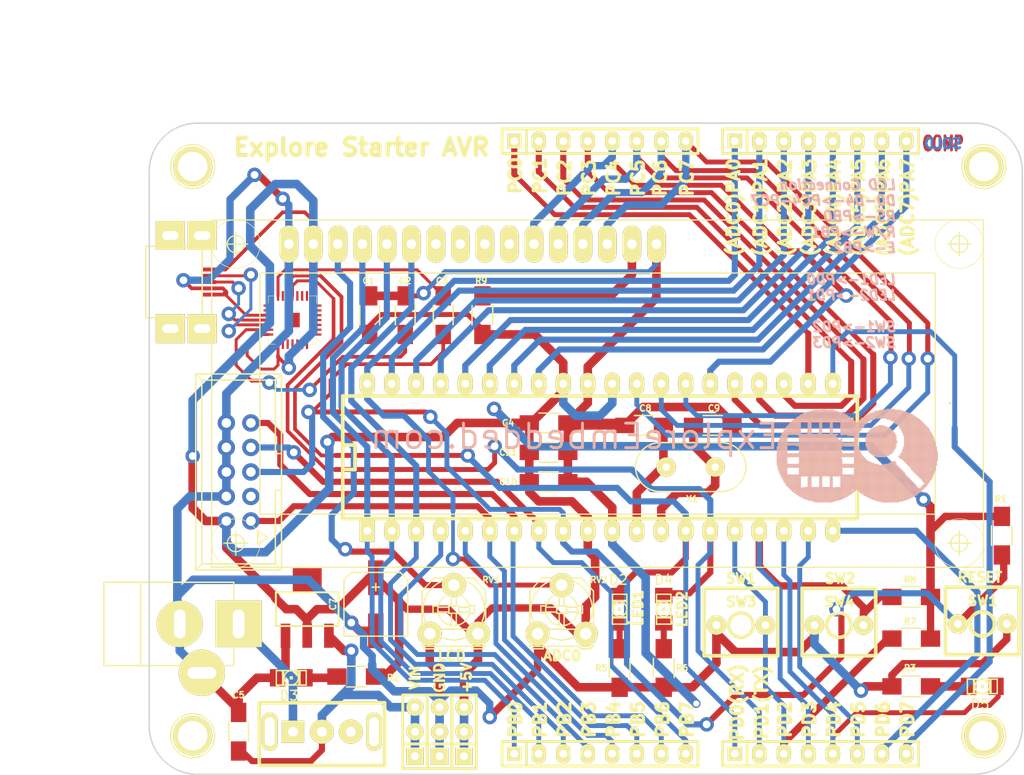
<source format=kicad_pcb>
(kicad_pcb (version 4) (host pcbnew "(2015-01-16 BZR 5376)-product")
  (layers (0 F.Cu signal) (31 B.Cu signal) (34 B.Paste user) (35 F.Paste user) (36 B.SilkS user) (37 F.SilkS user) (38 B.Mask user) (39 F.Mask user) (44 Edge.Cuts user))
  (net 0 "")
  (net 1 /+5V)
  (net 2 /BL)
  (net 3 /D4)
  (net 4 /D5)
  (net 5 /D6)
  (net 6 /D7)
  (net 7 "/DC IN")
  (net 8 /DRST)
  (net 9 /E)
  (net 10 /MISO)
  (net 11 /MOSI)
  (net 12 /R/W)
  (net 13 /RS)
  (net 14 /S1)
  (net 15 /S2)
  (net 16 /SCK)
  (net 17 /rst)
  (net 18 /rxd)
  (net 19 /txd)
  (net 20 GND)
  (net 21 "Net-(C2-Pad2)")
  (net 22 "Net-(C8-Pad2)")
  (net 23 "Net-(C9-Pad2)")
  (net 24 "Net-(D2-Pad2)")
  (net 25 "Net-(D3-Pad1)")
  (net 26 "Net-(D4-Pad2)")
  (net 27 "Net-(D5-Pad2)")
  (net 28 "Net-(IC1-Pad4)")
  (net 29 "Net-(IC1-Pad5)")
  (net 30 "Net-(IC1-Pad19)")
  (net 31 "Net-(IC1-Pad20)")
  (net 32 "Net-(IC1-Pad21)")
  (net 33 "Net-(IC1-Pad22)")
  (net 34 "Net-(IC1-Pad23)")
  (net 35 "Net-(IC1-Pad24)")
  (net 36 "Net-(IC1-Pad25)")
  (net 37 "Net-(IC1-Pad33)")
  (net 38 "Net-(IC1-Pad34)")
  (net 39 "Net-(IC1-Pad35)")
  (net 40 "Net-(IC1-Pad36)")
  (net 41 "Net-(IC1-Pad37)")
  (net 42 "Net-(IC1-Pad38)")
  (net 43 "Net-(IC1-Pad39)")
  (net 44 /ADC0)
  (net 45 "Net-(K1-Pad1)")
  (net 46 "Net-(LCD1-Pad3)")
  (net 47 "Net-(LCD1-Pad7)")
  (net 48 "Net-(LCD1-Pad8)")
  (net 49 "Net-(LCD1-Pad9)")
  (net 50 "Net-(LCD1-Pad10)")
  (net 51 "Net-(LCD1-Pad15)")
  (net 52 "Net-(P6-Pad3)")
  (net 53 "Net-(U1-Pad2)")
  (net 54 "Net-(U1-Pad1)")
  (net 55 "Net-(U1-Pad27)")
  (net 56 "Net-(U1-Pad24)")
  (net 57 "Net-(U1-Pad23)")
  (net 58 "Net-(U1-Pad22)")
  (net 59 "Net-(U1-Pad21)")
  (net 60 "Net-(U1-Pad20)")
  (net 61 "Net-(U1-Pad18)")
  (net 62 "Net-(U1-Pad17)")
  (net 63 "Net-(U1-Pad16)")
  (net 64 "Net-(U1-Pad15)")
  (net 65 "Net-(U1-Pad14)")
  (net 66 "Net-(U1-Pad13)")
  (net 67 "Net-(U1-Pad12)")
  (net 68 "Net-(U1-Pad11)")
  (net 69 "Net-(U1-Pad10)")
  (net 70 "Net-(U1-Pad9)")
  (net 71 "Net-(CON1-Pad2)")
  (net 72 "Net-(CON1-Pad3)")
  (module EE:SW_PUSH_SMALL_2pin_3D_xl (layer F.Cu) (at 173.99 89.535)
    (fp_text reference SW4 (at 0.04572 -2.40284) (layer F.SilkS) (effects (font (size 1.016 1.016) (thickness 0.254))))
    (fp_text value SPST hide)
    (pad 1 thru_hole circle (at -2.54 0) (size 2 2) (drill 0.8128) (layers *.Cu *.Mask F.SilkS) (net 20 GND))
    (pad 2 thru_hole circle (at 2.54 0) (size 2 2) (drill 0.8128) (layers *.Cu *.Mask F.SilkS) (net 15 /S2))
  )
  (module Connect:JACK_ALIM (layer F.Cu) (at 105.664 89.408)
    (fp_text reference K1 hide)
    (fp_text value BARREL hide)
    (pad 2 thru_hole circle (at 0 0) (size 4.8006 4.8006) (drill oval 1.2 3) (layers *.Cu *.Mask F.SilkS) (net 20 GND))
    (pad 1 thru_hole rect (at 6.096 0) (size 4.8006 4.8006) (drill oval 1.2 3) (layers *.Cu *.Mask F.SilkS) (net 45 "Net-(K1-Pad1)"))
    (pad 3 thru_hole circle (at 2.286 5.08) (size 4.8006 4.8006) (drill oval 3 1.2) (layers *.Cu *.Mask F.SilkS) (net 20 GND))
  )
  (module EE:SPSPT_XL_NEW (layer F.Cu) (at 120.396 100.584)
    (fp_text reference SW2 hide)
    (fp_text value SPST hide)
    (pad 1 thru_hole rect (at -3 0) (size 2.3 2.3) (drill 1.016) (layers *.Cu *.Mask F.SilkS) (net 45 "Net-(K1-Pad1)"))
    (pad 2 thru_hole circle (at 0 0) (size 2.5 2.5) (drill 1.016) (layers *.Cu *.Mask F.SilkS) (net 7 "/DC IN"))
    (pad 3 thru_hole circle (at 3 0) (size 2.5 2.5) (drill 1.016) (layers *.Cu *.Mask F.SilkS))
    (pad "" thru_hole oval (at 5.40004 0) (size 1.651 4) (drill oval 1.016 3) (layers *.Cu *.Mask F.SilkS))
    (pad "" thru_hole oval (at -5.40004 0) (size 1.651 4) (drill oval 1.016 3) (layers *.Cu *.Mask F.SilkS))
  )
  (module Capacitors_SMD:c_elec_6.3x4.5 (layer F.Cu) (at 125.984 87.376 90)
    (fp_text reference C7 (at 0 -4.445 90) (layer F.SilkS) (effects (font (size 0.635 0.635))))
    (fp_text value "100uF, 25V" hide)
    (pad 1 smd rect (at 2.75082 0 90) (size 3.59918 1.6002) (layers F.Cu F.Paste F.Mask) (net 1 /+5V))
    (pad 2 smd rect (at -2.75082 0 90) (size 3.59918 1.6002) (layers F.Cu F.Paste F.Mask) (net 20 GND))
  )
  (module SIL-3 (layer F.Cu) (at 130.048 100.584 90)
    (fp_text reference K4 hide)
    (fp_text value CONN_3 hide)
    (pad 1 thru_hole rect (at -2.54 0 90) (size 1.8 1.8) (drill 0.8128) (layers *.Cu *.Mask F.SilkS) (net 7 "/DC IN"))
    (pad 2 thru_hole circle (at 0 0 90) (size 1.8 1.8) (drill 0.8128) (layers *.Cu *.Mask F.SilkS) (net 7 "/DC IN"))
    (pad 3 thru_hole circle (at 2.54 0 90) (size 1.8 1.8) (drill 0.8128) (layers *.Cu *.Mask F.SilkS) (net 7 "/DC IN"))
  )
  (module SIL-3 (layer F.Cu) (at 132.588 100.584 90)
    (fp_text reference K3 hide)
    (fp_text value CONN_3 hide)
    (pad 1 thru_hole rect (at -2.54 0 90) (size 1.8 1.8) (drill 0.8128) (layers *.Cu *.Mask F.SilkS) (net 20 GND))
    (pad 2 thru_hole circle (at 0 0 90) (size 1.8 1.8) (drill 0.8128) (layers *.Cu *.Mask F.SilkS) (net 20 GND))
    (pad 3 thru_hole circle (at 2.54 0 90) (size 1.8 1.8) (drill 0.8128) (layers *.Cu *.Mask F.SilkS) (net 20 GND))
  )
  (module SIL-3 (layer F.Cu) (at 135.128 100.584 90)
    (fp_text reference K2 hide)
    (fp_text value CONN_3 hide)
    (pad 1 thru_hole rect (at -2.54 0 90) (size 1.8 1.8) (drill 0.8128) (layers *.Cu *.Mask F.SilkS) (net 1 /+5V))
    (pad 2 thru_hole circle (at 0 0 90) (size 1.8 1.8) (drill 0.8128) (layers *.Cu *.Mask F.SilkS) (net 1 /+5V))
    (pad 3 thru_hole circle (at 2.54 0 90) (size 1.8 1.8) (drill 0.8128) (layers *.Cu *.Mask F.SilkS) (net 1 /+5V))
  )
  (module lcd_2x16_led_backlight-HY-1602F (layer F.Cu) (at 114.427 50.038)
    (fp_text reference LCD1 hide)
    (fp_text value LCD_2X16_SIL hide)
    (pad 1 thru_hole oval (at 2.54 0) (size 1.9304 3.8608) (drill 0.99822) (layers *.Cu *.Mask F.Paste F.SilkS) (net 20 GND))
    (pad 2 thru_hole oval (at 5.08 0) (size 1.9304 3.8608) (drill 0.99822) (layers *.Cu *.Mask F.Paste F.SilkS) (net 1 /+5V))
    (pad 3 thru_hole oval (at 7.62 0) (size 1.9304 3.8608) (drill 0.99822) (layers *.Cu *.Mask F.Paste F.SilkS) (net 46 "Net-(LCD1-Pad3)"))
    (pad 4 thru_hole oval (at 10.16 0) (size 1.9304 3.8608) (drill 0.99822) (layers *.Cu *.Mask F.Paste F.SilkS) (net 13 /RS))
    (pad 5 thru_hole oval (at 12.7 0) (size 1.9304 3.8608) (drill 0.99822) (layers *.Cu *.Mask F.Paste F.SilkS) (net 12 /R/W))
    (pad 6 thru_hole oval (at 15.24 0) (size 1.9304 3.8608) (drill 0.99822) (layers *.Cu *.Mask F.Paste F.SilkS) (net 9 /E))
    (pad 7 thru_hole oval (at 17.78 0) (size 1.9304 3.8608) (drill 0.99822) (layers *.Cu *.Mask F.Paste F.SilkS) (net 47 "Net-(LCD1-Pad7)"))
    (pad 8 thru_hole oval (at 20.32 0) (size 1.9304 3.8608) (drill 0.99822) (layers *.Cu *.Mask F.Paste F.SilkS) (net 48 "Net-(LCD1-Pad8)"))
    (pad 9 thru_hole oval (at 22.86 0) (size 1.9304 3.8608) (drill 0.99822) (layers *.Cu *.Mask F.Paste F.SilkS) (net 49 "Net-(LCD1-Pad9)"))
    (pad 10 thru_hole oval (at 25.4 0) (size 1.9304 3.8608) (drill 0.99822) (layers *.Cu *.Mask F.Paste F.SilkS) (net 50 "Net-(LCD1-Pad10)"))
    (pad 11 thru_hole oval (at 27.94 0) (size 1.9304 3.8608) (drill 0.99822) (layers *.Cu *.Mask F.Paste F.SilkS) (net 3 /D4))
    (pad 12 thru_hole oval (at 30.48 0) (size 1.9304 3.8608) (drill 0.99822) (layers *.Cu *.Mask F.Paste F.SilkS) (net 4 /D5))
    (pad 13 thru_hole oval (at 33.02 0) (size 1.9304 3.8608) (drill 0.99822) (layers *.Cu *.Mask F.Paste F.SilkS) (net 5 /D6))
    (pad 14 thru_hole oval (at 35.56 0) (size 1.9304 3.8608) (drill 0.99822) (layers *.Cu *.Mask F.Paste F.SilkS) (net 6 /D7))
    (pad 15 thru_hole oval (at 38.1 0) (size 1.9304 3.8608) (drill 0.99822) (layers *.Cu *.Mask F.Paste F.SilkS) (net 51 "Net-(LCD1-Pad15)"))
    (pad 16 thru_hole oval (at 40.64 0) (size 1.9304 3.8608) (drill 0.99822) (layers *.Cu *.Mask F.Paste F.SilkS) (net 20 GND))
  )
  (module DIP-40__600_ELL (layer F.Cu) (at 149.225 72.136)
    (fp_text reference IC1 hide)
    (fp_text value ATMEGA32-P hide)
    (pad 1 thru_hole rect (at -24.13 7.62) (size 1.5748 2.286) (drill 0.8128) (layers *.Cu *.Mask F.SilkS) (net 13 /RS))
    (pad 2 thru_hole oval (at -21.59 7.62) (size 1.5748 2.286) (drill 0.8128) (layers *.Cu *.Mask F.SilkS) (net 12 /R/W))
    (pad 3 thru_hole oval (at -19.05 7.62) (size 1.5748 2.286) (drill 0.8128) (layers *.Cu *.Mask F.SilkS) (net 9 /E))
    (pad 4 thru_hole oval (at -16.51 7.62) (size 1.5748 2.286) (drill 0.8128) (layers *.Cu *.Mask F.SilkS) (net 28 "Net-(IC1-Pad4)"))
    (pad 5 thru_hole oval (at -13.97 7.62) (size 1.5748 2.286) (drill 0.8128) (layers *.Cu *.Mask F.SilkS) (net 29 "Net-(IC1-Pad5)"))
    (pad 6 thru_hole oval (at -11.43 7.62) (size 1.5748 2.286) (drill 0.8128) (layers *.Cu *.Mask F.SilkS) (net 11 /MOSI))
    (pad 7 thru_hole oval (at -8.89 7.62) (size 1.5748 2.286) (drill 0.8128) (layers *.Cu *.Mask F.SilkS) (net 10 /MISO))
    (pad 8 thru_hole oval (at -6.35 7.62) (size 1.5748 2.286) (drill 0.8128) (layers *.Cu *.Mask F.SilkS) (net 16 /SCK))
    (pad 9 thru_hole oval (at -3.81 7.62) (size 1.5748 2.286) (drill 0.8128) (layers *.Cu *.Mask F.SilkS) (net 17 /rst))
    (pad 10 thru_hole oval (at -1.27 7.62) (size 1.5748 2.286) (drill 0.8128) (layers *.Cu *.Mask F.SilkS) (net 1 /+5V))
    (pad 11 thru_hole oval (at 1.27 7.62) (size 1.5748 2.286) (drill 0.8128) (layers *.Cu *.Mask F.SilkS) (net 20 GND))
    (pad 12 thru_hole oval (at 3.81 7.62) (size 1.5748 2.286) (drill 0.8128) (layers *.Cu *.Mask F.SilkS) (net 22 "Net-(C8-Pad2)"))
    (pad 13 thru_hole oval (at 6.35 7.62) (size 1.5748 2.286) (drill 0.8128) (layers *.Cu *.Mask F.SilkS) (net 23 "Net-(C9-Pad2)"))
    (pad 14 thru_hole oval (at 8.89 7.62) (size 1.5748 2.286) (drill 0.8128) (layers *.Cu *.Mask F.SilkS) (net 18 /rxd))
    (pad 15 thru_hole oval (at 11.43 7.62) (size 1.5748 2.286) (drill 0.8128) (layers *.Cu *.Mask F.SilkS) (net 19 /txd))
    (pad 16 thru_hole oval (at 13.97 7.62) (size 1.5748 2.286) (drill 0.8128) (layers *.Cu *.Mask F.SilkS) (net 14 /S1))
    (pad 17 thru_hole oval (at 16.51 7.62) (size 1.5748 2.286) (drill 0.8128) (layers *.Cu *.Mask F.SilkS) (net 15 /S2))
    (pad 18 thru_hole oval (at 19.05 7.62) (size 1.5748 2.286) (drill 0.8128) (layers *.Cu *.Mask F.SilkS) (net 2 /BL))
    (pad 19 thru_hole oval (at 21.59 7.62) (size 1.5748 2.286) (drill 0.8128) (layers *.Cu *.Mask F.SilkS) (net 30 "Net-(IC1-Pad19)"))
    (pad 20 thru_hole oval (at 24.13 7.62) (size 1.5748 2.286) (drill 0.8128) (layers *.Cu *.Mask F.SilkS) (net 31 "Net-(IC1-Pad20)"))
    (pad 21 thru_hole oval (at 24.13 -7.62) (size 1.5748 2.286) (drill 0.8128) (layers *.Cu *.Mask F.SilkS) (net 32 "Net-(IC1-Pad21)"))
    (pad 22 thru_hole oval (at 21.59 -7.62) (size 1.5748 2.286) (drill 0.8128) (layers *.Cu *.Mask F.SilkS) (net 33 "Net-(IC1-Pad22)"))
    (pad 23 thru_hole oval (at 19.05 -7.62) (size 1.5748 2.286) (drill 0.8128) (layers *.Cu *.Mask F.SilkS) (net 34 "Net-(IC1-Pad23)"))
    (pad 24 thru_hole oval (at 16.51 -7.62) (size 1.5748 2.286) (drill 0.8128) (layers *.Cu *.Mask F.SilkS) (net 35 "Net-(IC1-Pad24)"))
    (pad 25 thru_hole oval (at 13.97 -7.62) (size 1.5748 2.286) (drill 0.8128) (layers *.Cu *.Mask F.SilkS) (net 36 "Net-(IC1-Pad25)"))
    (pad 26 thru_hole oval (at 11.43 -7.62) (size 1.5748 2.286) (drill 0.8128) (layers *.Cu *.Mask F.SilkS) (net 3 /D4))
    (pad 27 thru_hole oval (at 8.89 -7.62) (size 1.5748 2.286) (drill 0.8128) (layers *.Cu *.Mask F.SilkS) (net 4 /D5))
    (pad 28 thru_hole oval (at 6.35 -7.62) (size 1.5748 2.286) (drill 0.8128) (layers *.Cu *.Mask F.SilkS) (net 5 /D6))
    (pad 29 thru_hole oval (at 3.81 -7.62) (size 1.5748 2.286) (drill 0.8128) (layers *.Cu *.Mask F.SilkS) (net 6 /D7))
    (pad 30 thru_hole oval (at 1.27 -7.62) (size 1.5748 2.286) (drill 0.8128) (layers *.Cu *.Mask F.SilkS) (net 1 /+5V))
    (pad 31 thru_hole oval (at -1.27 -7.62) (size 1.5748 2.286) (drill 0.8128) (layers *.Cu *.Mask F.SilkS) (net 20 GND))
    (pad 32 thru_hole oval (at -3.81 -7.62) (size 1.5748 2.286) (drill 0.8128) (layers *.Cu *.Mask F.SilkS) (net 1 /+5V))
    (pad 33 thru_hole oval (at -6.35 -7.62) (size 1.5748 2.286) (drill 0.8128) (layers *.Cu *.Mask F.SilkS) (net 37 "Net-(IC1-Pad33)"))
    (pad 34 thru_hole oval (at -8.89 -7.62) (size 1.5748 2.286) (drill 0.8128) (layers *.Cu *.Mask F.SilkS) (net 38 "Net-(IC1-Pad34)"))
    (pad 35 thru_hole oval (at -11.43 -7.62) (size 1.5748 2.286) (drill 0.8128) (layers *.Cu *.Mask F.SilkS) (net 39 "Net-(IC1-Pad35)"))
    (pad 36 thru_hole oval (at -13.97 -7.62) (size 1.5748 2.286) (drill 0.8128) (layers *.Cu *.Mask F.SilkS) (net 40 "Net-(IC1-Pad36)"))
    (pad 37 thru_hole oval (at -16.51 -7.62) (size 1.5748 2.286) (drill 0.8128) (layers *.Cu *.Mask F.SilkS) (net 41 "Net-(IC1-Pad37)"))
    (pad 38 thru_hole oval (at -19.05 -7.62) (size 1.5748 2.286) (drill 0.8128) (layers *.Cu *.Mask F.SilkS) (net 42 "Net-(IC1-Pad38)"))
    (pad 39 thru_hole oval (at -21.59 -7.62) (size 1.5748 2.286) (drill 0.8128) (layers *.Cu *.Mask F.SilkS) (net 43 "Net-(IC1-Pad39)"))
    (pad 40 thru_hole oval (at -24.13 -7.62) (size 1.5748 2.286) (drill 0.8128) (layers *.Cu *.Mask F.SilkS) (net 44 /ADC0))
  )
  (module SIL-8_xl (layer F.Cu) (at 149.225 102.87)
    (fp_text reference J3 hide)
    (fp_text value SIL8 hide)
    (pad 1 thru_hole rect (at -8.89 0) (size 1.5 1.5) (drill 0.8128) (layers *.Cu *.Mask F.SilkS) (net 13 /RS))
    (pad 2 thru_hole oval (at -6.35 0) (size 1.5 2) (drill 0.8128) (layers *.Cu *.Mask F.SilkS) (net 12 /R/W))
    (pad 3 thru_hole oval (at -3.81 0) (size 1.5 2) (drill 0.8128) (layers *.Cu *.Mask F.SilkS) (net 9 /E))
    (pad 4 thru_hole oval (at -1.27 0) (size 1.5 2) (drill 0.8128) (layers *.Cu *.Mask F.SilkS) (net 28 "Net-(IC1-Pad4)"))
    (pad 5 thru_hole oval (at 1.27 0) (size 1.5 2) (drill 0.8128) (layers *.Cu *.Mask F.SilkS) (net 29 "Net-(IC1-Pad5)"))
    (pad 6 thru_hole oval (at 3.81 0) (size 1.5 2) (drill 0.8128) (layers *.Cu *.Mask F.SilkS) (net 11 /MOSI))
    (pad 7 thru_hole oval (at 6.35 0) (size 1.5 2) (drill 0.8128) (layers *.Cu *.Mask F.SilkS) (net 10 /MISO))
    (pad 8 thru_hole oval (at 8.89 0) (size 1.5 2) (drill 0.8128) (layers *.Cu *.Mask F.SilkS) (net 16 /SCK))
  )
  (module SIL-8_xl (layer F.Cu) (at 172.085 39.37)
    (fp_text reference J2 hide)
    (fp_text value SIL8 hide)
    (pad 1 thru_hole rect (at -8.89 0) (size 1.5 1.5) (drill 0.8128) (layers *.Cu *.Mask F.SilkS) (net 44 /ADC0))
    (pad 2 thru_hole oval (at -6.35 0) (size 1.5 2) (drill 0.8128) (layers *.Cu *.Mask F.SilkS) (net 43 "Net-(IC1-Pad39)"))
    (pad 3 thru_hole oval (at -3.81 0) (size 1.5 2) (drill 0.8128) (layers *.Cu *.Mask F.SilkS) (net 42 "Net-(IC1-Pad38)"))
    (pad 4 thru_hole oval (at -1.27 0) (size 1.5 2) (drill 0.8128) (layers *.Cu *.Mask F.SilkS) (net 41 "Net-(IC1-Pad37)"))
    (pad 5 thru_hole oval (at 1.27 0) (size 1.5 2) (drill 0.8128) (layers *.Cu *.Mask F.SilkS) (net 40 "Net-(IC1-Pad36)"))
    (pad 6 thru_hole oval (at 3.81 0) (size 1.5 2) (drill 0.8128) (layers *.Cu *.Mask F.SilkS) (net 39 "Net-(IC1-Pad35)"))
    (pad 7 thru_hole oval (at 6.35 0) (size 1.5 2) (drill 0.8128) (layers *.Cu *.Mask F.SilkS) (net 38 "Net-(IC1-Pad34)"))
    (pad 8 thru_hole oval (at 8.89 0) (size 1.5 2) (drill 0.8128) (layers *.Cu *.Mask F.SilkS) (net 37 "Net-(IC1-Pad33)"))
  )
  (module SIL-8_xl (layer F.Cu) (at 149.225 39.37)
    (fp_text reference J4 hide)
    (fp_text value SIL8 hide)
    (pad 1 thru_hole rect (at -8.89 0) (size 1.5 1.5) (drill 0.8128) (layers *.Cu *.Mask F.SilkS) (net 33 "Net-(IC1-Pad22)"))
    (pad 2 thru_hole oval (at -6.35 0) (size 1.5 2) (drill 0.8128) (layers *.Cu *.Mask F.SilkS) (net 34 "Net-(IC1-Pad23)"))
    (pad 3 thru_hole oval (at -3.81 0) (size 1.5 2) (drill 0.8128) (layers *.Cu *.Mask F.SilkS) (net 35 "Net-(IC1-Pad24)"))
    (pad 4 thru_hole oval (at -1.27 0) (size 1.5 2) (drill 0.8128) (layers *.Cu *.Mask F.SilkS) (net 36 "Net-(IC1-Pad25)"))
    (pad 5 thru_hole oval (at 1.27 0) (size 1.5 2) (drill 0.8128) (layers *.Cu *.Mask F.SilkS) (net 3 /D4))
    (pad 6 thru_hole oval (at 3.81 0) (size 1.5 2) (drill 0.8128) (layers *.Cu *.Mask F.SilkS) (net 4 /D5))
    (pad 7 thru_hole oval (at 6.35 0) (size 1.5 2) (drill 0.8128) (layers *.Cu *.Mask F.SilkS) (net 5 /D6))
    (pad 8 thru_hole oval (at 8.89 0) (size 1.5 2) (drill 0.8128) (layers *.Cu *.Mask F.SilkS) (net 6 /D7))
  )
  (module SIL-8_xl (layer F.Cu) (at 172.085 102.87)
    (fp_text reference J5 hide)
    (fp_text value SIL8 hide)
    (pad 1 thru_hole rect (at -8.89 0) (size 1.5 1.5) (drill 0.8128) (layers *.Cu *.Mask F.SilkS) (net 18 /rxd))
    (pad 2 thru_hole oval (at -6.35 0) (size 1.5 2) (drill 0.8128) (layers *.Cu *.Mask F.SilkS) (net 19 /txd))
    (pad 3 thru_hole oval (at -3.81 0) (size 1.5 2) (drill 0.8128) (layers *.Cu *.Mask F.SilkS) (net 14 /S1))
    (pad 4 thru_hole oval (at -1.27 0) (size 1.5 2) (drill 0.8128) (layers *.Cu *.Mask F.SilkS) (net 15 /S2))
    (pad 5 thru_hole oval (at 1.27 0) (size 1.5 2) (drill 0.8128) (layers *.Cu *.Mask F.SilkS) (net 2 /BL))
    (pad 6 thru_hole oval (at 3.81 0) (size 1.5 2) (drill 0.8128) (layers *.Cu *.Mask F.SilkS) (net 30 "Net-(IC1-Pad19)"))
    (pad 7 thru_hole oval (at 6.35 0) (size 1.5 2) (drill 0.8128) (layers *.Cu *.Mask F.SilkS) (net 31 "Net-(IC1-Pad20)"))
    (pad 8 thru_hole oval (at 8.89 0) (size 1.5 2) (drill 0.8128) (layers *.Cu *.Mask F.SilkS) (net 32 "Net-(IC1-Pad21)"))
  )
  (module Connect:VASCH5x2 (layer F.Cu) (at 111.76 73.66 90)
    (fp_text reference P6 hide)
    (fp_text value CONN_5X2 hide)
    (pad 1 thru_hole circle (at -5.08 1.27 90) (size 1.8 1.8) (drill 0.99822) (layers *.Cu *.Mask) (net 11 /MOSI))
    (pad 2 thru_hole circle (at -5.08 -1.27 90) (size 1.8 1.8) (drill 0.99822) (layers *.Cu *.Mask) (net 1 /+5V))
    (pad 3 thru_hole circle (at -2.54 1.27 90) (size 1.8 1.8) (drill 0.99822) (layers *.Cu *.Mask) (net 52 "Net-(P6-Pad3)"))
    (pad 4 thru_hole circle (at -2.54 -1.27 90) (size 1.8 1.8) (drill 0.99822) (layers *.Cu *.Mask) (net 20 GND))
    (pad 5 thru_hole circle (at 0 1.27 90) (size 1.8 1.8) (drill 0.99822) (layers *.Cu *.Mask) (net 17 /rst))
    (pad 6 thru_hole circle (at 0 -1.27 90) (size 1.8 1.8) (drill 0.99822) (layers *.Cu *.Mask) (net 20 GND))
    (pad 7 thru_hole circle (at 2.54 1.27 90) (size 1.8 1.8) (drill 0.99822) (layers *.Cu *.Mask) (net 16 /SCK))
    (pad 8 thru_hole circle (at 2.54 -1.27 90) (size 1.8 1.8) (drill 0.99822) (layers *.Cu *.Mask) (net 20 GND))
    (pad 9 thru_hole circle (at 5.08 1.27 90) (size 1.8 1.8) (drill 0.99822) (layers *.Cu *.Mask) (net 10 /MISO))
    (pad 10 thru_hole circle (at 5.08 -1.27 90) (size 1.8 1.8) (drill 0.99822) (layers *.Cu *.Mask) (net 20 GND))
  )
  (module Potentiometers:Potentiometer_Triwood_RM-065 (layer F.Cu) (at 131.572 90.424)
    (fp_text reference RV1 (at 6.35 -5.588) (layer F.SilkS) (effects (font (size 0.635 0.635))))
    (fp_text value 10K hide)
    (pad 2 thru_hole circle (at 2.49936 -5.03936) (size 2.49936 2.49936) (drill 1.19888) (layers *.Cu *.Mask F.SilkS) (net 46 "Net-(LCD1-Pad3)"))
    (pad 3 thru_hole circle (at 4.99872 0) (size 2.49936 2.49936) (drill 1.19888) (layers *.Cu *.Mask F.SilkS) (net 1 /+5V))
    (pad 1 thru_hole circle (at 0 0) (size 2.49936 2.49936) (drill 1.19888) (layers *.Cu *.Mask F.SilkS) (net 20 GND))
  )
  (module Potentiometers:Potentiometer_Triwood_RM-065 (layer F.Cu) (at 142.748 90.424)
    (fp_text reference RV2 (at 6.35 -5.588) (layer F.SilkS) (effects (font (size 0.635 0.635))))
    (fp_text value 10K hide)
    (pad 2 thru_hole circle (at 2.49936 -5.03936) (size 2.49936 2.49936) (drill 1.19888) (layers *.Cu *.Mask F.SilkS) (net 44 /ADC0))
    (pad 3 thru_hole circle (at 4.99872 0) (size 2.49936 2.49936) (drill 1.19888) (layers *.Cu *.Mask F.SilkS) (net 1 /+5V))
    (pad 1 thru_hole circle (at 0 0) (size 2.49936 2.49936) (drill 1.19888) (layers *.Cu *.Mask F.SilkS) (net 20 GND))
  )
  (module EE:SW_PUSH_SMALL_2pin_3D_xl (layer F.Cu) (at 188.849 89.408)
    (fp_text reference SW1 (at 0.04572 -2.40284) (layer F.SilkS) (effects (font (size 1.016 1.016) (thickness 0.254))))
    (fp_text value rst hide)
    (pad 1 thru_hole circle (at -2.54 0) (size 2 2) (drill 0.8128) (layers *.Cu *.Mask F.SilkS) (net 17 /rst))
    (pad 2 thru_hole circle (at 2.54 0) (size 2 2) (drill 0.8128) (layers *.Cu *.Mask F.SilkS) (net 20 GND))
  )
  (module EE:cp2102_xl2 (layer F.Cu) (at 117.348 57.912)
    (fp_text reference U1 hide)
    (fp_text value CP2102 hide)
    (pad 7 smd rect (at -2.49936 1.50114) (size 1.00076 0.23114) (layers F.Cu F.Paste F.Mask) (net 1 /+5V))
    (pad 6 smd rect (at -2.49936 1.00076) (size 1.00076 0.23114) (layers F.Cu F.Paste F.Mask) (net 21 "Net-(C2-Pad2)"))
    (pad 5 smd rect (at -2.49936 0.50038) (size 1.00076 0.23114) (layers F.Cu F.Paste F.Mask) (net 71 "Net-(CON1-Pad2)"))
    (pad 4 smd rect (at -2.49936 0) (size 1.00076 0.23114) (layers F.Cu F.Paste F.Mask) (net 72 "Net-(CON1-Pad3)"))
    (pad 3 smd rect (at -2.49936 -0.50038) (size 1.00076 0.23114) (layers F.Cu F.Paste F.Mask) (net 20 GND))
    (pad 2 smd rect (at -2.49936 -1.00076) (size 1.00076 0.23114) (layers F.Cu F.Paste F.Mask) (net 53 "Net-(U1-Pad2)"))
    (pad 1 smd rect (at -2.49936 -1.50114) (size 1.00076 0.23114) (layers F.Cu F.Paste F.Mask) (net 54 "Net-(U1-Pad1)"))
    (pad 28 smd rect (at -1.50114 -2.49936) (size 0.23114 1.00076) (layers F.Cu F.Paste F.Mask) (net 8 /DRST))
    (pad 27 smd rect (at -1.00076 -2.49936) (size 0.23114 1.00076) (layers F.Cu F.Paste F.Mask) (net 55 "Net-(U1-Pad27)"))
    (pad 26 smd rect (at -0.50038 -2.49936) (size 0.23114 1.00076) (layers F.Cu F.Paste F.Mask) (net 18 /rxd))
    (pad 25 smd rect (at 0 -2.49936) (size 0.23114 1.00076) (layers F.Cu F.Paste F.Mask) (net 19 /txd))
    (pad 24 smd rect (at 0.50038 -2.49936) (size 0.23114 1.00076) (layers F.Cu F.Paste F.Mask) (net 56 "Net-(U1-Pad24)"))
    (pad 23 smd rect (at 1.00076 -2.49936) (size 0.23114 1.00076) (layers F.Cu F.Paste F.Mask) (net 57 "Net-(U1-Pad23)"))
    (pad 22 smd rect (at 1.50114 -2.49936) (size 0.23114 1.00076) (layers F.Cu F.Paste F.Mask) (net 58 "Net-(U1-Pad22)"))
    (pad 21 smd rect (at 2.49936 -1.50114) (size 1.00076 0.23114) (layers F.Cu F.Paste F.Mask) (net 59 "Net-(U1-Pad21)"))
    (pad 20 smd rect (at 2.49936 -1.00076) (size 1.00076 0.23114) (layers F.Cu F.Paste F.Mask) (net 60 "Net-(U1-Pad20)"))
    (pad 19 smd rect (at 2.49936 -0.50038) (size 1.00076 0.23114) (layers F.Cu F.Paste F.Mask))
    (pad 18 smd rect (at 2.49936 0) (size 1.00076 0.23114) (layers F.Cu F.Paste F.Mask) (net 61 "Net-(U1-Pad18)"))
    (pad 17 smd rect (at 2.49936 0.50038) (size 1.00076 0.23114) (layers F.Cu F.Paste F.Mask) (net 62 "Net-(U1-Pad17)"))
    (pad 16 smd rect (at 2.49936 1.00076) (size 1.00076 0.23114) (layers F.Cu F.Paste F.Mask) (net 63 "Net-(U1-Pad16)"))
    (pad 15 smd rect (at 2.49936 1.50114) (size 1.00076 0.23114) (layers F.Cu F.Paste F.Mask) (net 64 "Net-(U1-Pad15)"))
    (pad 14 smd rect (at 1.50114 2.49936) (size 0.23114 1.00076) (layers F.Cu F.Paste F.Mask) (net 65 "Net-(U1-Pad14)"))
    (pad 13 smd rect (at 1.00076 2.49936) (size 0.23114 1.00076) (layers F.Cu F.Paste F.Mask) (net 66 "Net-(U1-Pad13)"))
    (pad 12 smd rect (at 0.50038 2.49936) (size 0.23114 1.00076) (layers F.Cu F.Paste F.Mask) (net 67 "Net-(U1-Pad12)"))
    (pad 11 smd rect (at 0 2.49936) (size 0.23114 1.00076) (layers F.Cu F.Paste F.Mask) (net 68 "Net-(U1-Pad11)"))
    (pad 10 smd rect (at -0.50038 2.49936) (size 0.23114 1.00076) (layers F.Cu F.Paste F.Mask) (net 69 "Net-(U1-Pad10)"))
    (pad 9 smd rect (at -1.00076 2.49936) (size 0.23114 1.00076) (layers F.Cu F.Paste F.Mask) (net 70 "Net-(U1-Pad9)"))
    (pad 8 smd rect (at -1.50114 2.49936) (size 0.23114 1.00076) (layers F.Cu F.Paste F.Mask) (net 1 /+5V))
    (pad 29 smd rect (at 0 0) (size 1.50114 1.50114) (layers F.Cu F.Paste F.Mask))
    (pad "" smd circle (at -2.25044 -2.25044) (size 0.29972 0.29972) (layers F.Cu F.Paste F.Mask))
  )
  (module EE:lm1117_xl (layer F.Cu) (at 118.872 87.884)
    (fp_text reference U2 hide)
    (fp_text value LM317S hide)
    (pad 2 smd rect (at 0 2.75082) (size 1.00076 2.49936) (layers F.Cu F.Paste F.Mask) (net 1 /+5V))
    (pad 3 smd rect (at 2.25044 2.75082) (size 1.00076 2.49936) (layers F.Cu F.Paste F.Mask) (net 7 "/DC IN"))
    (pad 1 smd rect (at -2.25044 2.75082) (size 1.00076 2.49936) (layers F.Cu F.Paste F.Mask) (net 20 GND))
    (pad "" smd rect (at 0 -2.99974) (size 2.99974 2.49936) (layers F.Cu F.Paste F.Mask))
  )
  (module Crystals:HC-49V (layer F.Cu) (at 158.623 73.152 180)
    (fp_text reference X1 (at -0.127 -3.302 180) (layer F.SilkS) (effects (font (size 0.635 0.635))))
    (fp_text value 16Mhz hide)
    (pad 1 thru_hole circle (at -2.54 0 180) (size 2 2) (drill 0.762) (layers *.Cu *.Mask F.SilkS) (net 23 "Net-(C9-Pad2)"))
    (pad 2 thru_hole circle (at 2.54 0 180) (size 2 2) (drill 0.762) (layers *.Cu *.Mask F.SilkS) (net 22 "Net-(C8-Pad2)"))
  )
  (module Capacitors_SMD:C_1206_HandSoldering (layer F.Cu) (at 143.891 74.676)
    (fp_text reference C10 (at -4.191 0) (layer F.SilkS) (effects (font (size 0.635 0.635))))
    (fp_text value 0.1uF hide)
    (pad 1 smd rect (at -2 0) (size 2 1.6) (layers F.Cu F.Paste F.Mask) (net 1 /+5V))
    (pad 2 smd rect (at 2 0) (size 2 1.6) (layers F.Cu F.Paste F.Mask) (net 20 GND))
  )
  (module Capacitors_SMD:C_1206_HandSoldering (layer F.Cu) (at 143.891 71.628)
    (fp_text reference C11 (at -4.191 0) (layer F.SilkS) (effects (font (size 0.635 0.635))))
    (fp_text value 0.1uF hide)
    (pad 1 smd rect (at -2 0) (size 2 1.6) (layers F.Cu F.Paste F.Mask) (net 1 /+5V))
    (pad 2 smd rect (at 2 0) (size 2 1.6) (layers F.Cu F.Paste F.Mask) (net 20 GND))
  )
  (module Connect:1pin (layer F.Cu) (at 107 101)
    (fp_text reference P1 hide)
    (fp_text value CONN_1 hide)
    (pad "" np_thru_hole circle (at 0 0) (size 4.064 4.064) (drill 3.048) (layers *.Cu *.Mask F.SilkS))
  )
  (module Connect:1pin (layer F.Cu) (at 107 42)
    (fp_text reference P2 hide)
    (fp_text value CONN_1 hide)
    (pad "" np_thru_hole circle (at 0 0) (size 4.064 4.064) (drill 3.048) (layers *.Cu *.Mask F.SilkS))
  )
  (module Connect:1pin (layer F.Cu) (at 189 42)
    (fp_text reference P3 hide)
    (fp_text value CONN_1 hide)
    (pad "" np_thru_hole circle (at 0 0) (size 4.064 4.064) (drill 3.048) (layers *.Cu *.Mask F.SilkS))
  )
  (module Connect:1pin (layer F.Cu) (at 189 101)
    (fp_text reference P4 hide)
    (fp_text value CONN_1 hide)
    (pad "" np_thru_hole circle (at 0 0) (size 4.064 4.064) (drill 3.048) (layers *.Cu *.Mask F.SilkS))
  )
  (module EE:SW_PUSH_SMALL_2pin_3D_xl (layer F.Cu) (at 163.83 89.535)
    (fp_text reference SW3 (at 0.04572 -2.40284) (layer F.SilkS) (effects (font (size 1.016 1.016) (thickness 0.254))))
    (fp_text value SPST hide)
    (pad 1 thru_hole circle (at -2.54 0) (size 2 2) (drill 0.8128) (layers *.Cu *.Mask F.SilkS) (net 20 GND))
    (pad 2 thru_hole circle (at 2.54 0) (size 2 2) (drill 0.8128) (layers *.Cu *.Mask F.SilkS) (net 14 /S1))
  )
  (module Capacitors_SMD:C_1206_HandSoldering (layer F.Cu) (at 125.349 57.404 90)
    (fp_text reference C1 (at 3.556 -0.127 180) (layer F.SilkS) (effects (font (size 0.635 0.635) (thickness 0.127))))
    (fp_text value 0.1uF hide)
    (pad 1 smd rect (at -2 0 90) (size 2 1.6) (layers F.Cu F.Paste F.Mask) (net 1 /+5V))
    (pad 2 smd rect (at 2 0 90) (size 2 1.6) (layers F.Cu F.Paste F.Mask) (net 20 GND))
  )
  (module Capacitors_SMD:C_1206_HandSoldering (layer F.Cu) (at 129.032 57.404 270)
    (fp_text reference C2 (at -3.556 0 360) (layer F.SilkS) (effects (font (size 0.635 0.635))))
    (fp_text value 0.1uF hide)
    (pad 1 smd rect (at -2 0 270) (size 2 1.6) (layers F.Cu F.Paste F.Mask) (net 20 GND))
    (pad 2 smd rect (at 2 0 270) (size 2 1.6) (layers F.Cu F.Paste F.Mask) (net 21 "Net-(C2-Pad2)"))
  )
  (module Capacitors_SMD:C_1206_HandSoldering (layer F.Cu) (at 132.969 57.404 270)
    (fp_text reference C3 (at -3.556 0.127 360) (layer F.SilkS) (effects (font (size 0.635 0.635))))
    (fp_text value 0.1uF hide)
    (pad 1 smd rect (at -2 0 270) (size 2 1.6) (layers F.Cu F.Paste F.Mask) (net 8 /DRST))
    (pad 2 smd rect (at 2 0 270) (size 2 1.6) (layers F.Cu F.Paste F.Mask) (net 17 /rst))
  )
  (module Capacitors_SMD:C_1206_HandSoldering (layer F.Cu) (at 143.891 68.58)
    (fp_text reference C4 (at -4.191 0) (layer F.SilkS) (effects (font (size 0.635 0.635))))
    (fp_text value 0.1uF hide)
    (pad 1 smd rect (at -2 0) (size 2 1.6) (layers F.Cu F.Paste F.Mask) (net 1 /+5V))
    (pad 2 smd rect (at 2 0) (size 2 1.6) (layers F.Cu F.Paste F.Mask) (net 20 GND))
  )
  (module Capacitors_SMD:C_1206_HandSoldering (layer F.Cu) (at 111.76 100.584 90)
    (fp_text reference C5 (at 3.81 0 180) (layer F.SilkS) (effects (font (size 0.635 0.635))))
    (fp_text value 0.1uF hide)
    (pad 1 smd rect (at -2 0 90) (size 2 1.6) (layers F.Cu F.Paste F.Mask) (net 7 "/DC IN"))
    (pad 2 smd rect (at 2 0 90) (size 2 1.6) (layers F.Cu F.Paste F.Mask) (net 20 GND))
  )
  (module Resistors_SMD:R_1206_HandSoldering (layer F.Cu) (at 190.881 80.264 90)
    (fp_text reference R1 (at 3.81 -0.127 180) (layer F.SilkS) (effects (font (size 0.635 0.635))))
    (fp_text value 10K hide)
    (pad 1 smd rect (at -2 0 90) (size 2 1.7) (layers F.Cu F.Paste F.Mask) (net 17 /rst))
    (pad 2 smd rect (at 2 0 90) (size 2 1.7) (layers F.Cu F.Paste F.Mask) (net 1 /+5V))
  )
  (module Resistors_SMD:R_1206_HandSoldering (layer F.Cu) (at 123.952 94.869)
    (fp_text reference R2 (at 3.81 0.127) (layer F.SilkS) (effects (font (size 0.635 0.635))))
    (fp_text value 470 hide)
    (pad 1 smd rect (at -2 0) (size 2 1.7) (layers F.Cu F.Paste F.Mask) (net 25 "Net-(D3-Pad1)"))
    (pad 2 smd rect (at 2 0) (size 2 1.7) (layers F.Cu F.Paste F.Mask) (net 1 /+5V))
  )
  (module Resistors_SMD:R_1206_HandSoldering (layer F.Cu) (at 181.483 95.885)
    (fp_text reference R3 (at -0.127 -1.905) (layer F.SilkS) (effects (font (size 0.635 0.635))))
    (fp_text value 470r hide)
    (pad 1 smd rect (at -2 0) (size 2 1.7) (layers F.Cu F.Paste F.Mask) (net 20 GND))
    (pad 2 smd rect (at 2 0) (size 2 1.7) (layers F.Cu F.Paste F.Mask) (net 27 "Net-(D5-Pad2)"))
  )
  (module Resistors_SMD:R_1206_HandSoldering (layer F.Cu) (at 151.257 93.98 90)
    (fp_text reference R5 (at 0 -1.905 180) (layer F.SilkS) (effects (font (size 0.635 0.635))))
    (fp_text value 470r hide)
    (pad 1 smd rect (at -2 0 90) (size 2 1.7) (layers F.Cu F.Paste F.Mask) (net 20 GND))
    (pad 2 smd rect (at 2 0 90) (size 2 1.7) (layers F.Cu F.Paste F.Mask) (net 24 "Net-(D2-Pad2)"))
  )
  (module Resistors_SMD:R_1206_HandSoldering (layer F.Cu) (at 155.829 93.98 90)
    (fp_text reference R6 (at 0 1.905 180) (layer F.SilkS) (effects (font (size 0.635 0.635))))
    (fp_text value 470r hide)
    (pad 1 smd rect (at -2 0 90) (size 2 1.7) (layers F.Cu F.Paste F.Mask) (net 20 GND))
    (pad 2 smd rect (at 2 0 90) (size 2 1.7) (layers F.Cu F.Paste F.Mask) (net 26 "Net-(D4-Pad2)"))
  )
  (module Resistors_SMD:R_1206_HandSoldering (layer F.Cu) (at 181.483 90.932)
    (fp_text reference R7 (at -0.127 -1.778) (layer F.SilkS) (effects (font (size 0.635 0.635))))
    (fp_text value 10k hide)
    (pad 1 smd rect (at -2 0) (size 2 1.7) (layers F.Cu F.Paste F.Mask) (net 14 /S1))
    (pad 2 smd rect (at 2 0) (size 2 1.7) (layers F.Cu F.Paste F.Mask) (net 1 /+5V))
  )
  (module Resistors_SMD:R_1206_HandSoldering (layer F.Cu) (at 181.483 86.614)
    (fp_text reference R8 (at -0.127 -1.778) (layer F.SilkS) (effects (font (size 0.635 0.635))))
    (fp_text value 10k hide)
    (pad 1 smd rect (at -2 0) (size 2 1.7) (layers F.Cu F.Paste F.Mask) (net 15 /S2))
    (pad 2 smd rect (at 2 0) (size 2 1.7) (layers F.Cu F.Paste F.Mask) (net 1 /+5V))
  )
  (module Resistors_SMD:R_1206_HandSoldering (layer F.Cu) (at 137.033 57.404 90)
    (fp_text reference R9 (at 3.556 -0.127 180) (layer F.SilkS) (effects (font (size 0.635 0.635))))
    (fp_text value 2.2k hide)
    (pad 1 smd rect (at -2 0 90) (size 2 1.7) (layers F.Cu F.Paste F.Mask) (net 1 /+5V))
    (pad 2 smd rect (at 2 0 90) (size 2 1.7) (layers F.Cu F.Paste F.Mask) (net 51 "Net-(LCD1-Pad15)"))
  )
  (module Capacitors_SMD:C_1206_HandSoldering (layer F.Cu) (at 153.797 68.834)
    (fp_text reference C8 (at 0.127 -1.778) (layer F.SilkS) (effects (font (size 0.635 0.635))))
    (fp_text value 22pF hide)
    (pad 1 smd rect (at -2 0) (size 2 1.6) (layers F.Cu F.Paste F.Mask) (net 20 GND))
    (pad 2 smd rect (at 2 0) (size 2 1.6) (layers F.Cu F.Paste F.Mask) (net 22 "Net-(C8-Pad2)"))
  )
  (module Capacitors_SMD:C_1206_HandSoldering (layer F.Cu) (at 160.909 68.834 180)
    (fp_text reference C9 (at -0.127 1.778 180) (layer F.SilkS) (effects (font (size 0.635 0.635))))
    (fp_text value 22pF hide)
    (pad 1 smd rect (at -2 0 180) (size 2 1.6) (layers F.Cu F.Paste F.Mask) (net 20 GND))
    (pad 2 smd rect (at 2 0 180) (size 2 1.6) (layers F.Cu F.Paste F.Mask) (net 23 "Net-(C9-Pad2)"))
  )
  (module EE:USB_Micro-B_SMD_NEW (layer F.Cu) (at 108.585 53.975)
    (fp_text reference CON1 hide)
    (fp_text value USB-MICRO-B hide)
    (pad 1 smd rect (at 0.1 -1.3) (size 1.5 0.4) (layers F.Cu F.Paste F.Mask) (net 1 /+5V))
    (pad 2 smd rect (at 0.1 -0.65) (size 1.5 0.4) (layers F.Cu F.Paste F.Mask) (net 71 "Net-(CON1-Pad2)"))
    (pad 3 smd rect (at 0.1 0) (size 1.5 0.4) (layers F.Cu F.Paste F.Mask) (net 72 "Net-(CON1-Pad3)"))
    (pad 4 smd rect (at 0.1 0.65) (size 1.5 0.4) (layers F.Cu F.Paste F.Mask) (net 20 GND))
    (pad 5 smd rect (at 0.1 1.3) (size 1.5 0.4) (layers F.Cu F.Paste F.Mask) (net 20 GND))
    (pad "" thru_hole rect (at -0.6 -4.825) (size 3 3) (drill oval 1.7 0.9) (layers *.Cu *.Mask F.SilkS))
    (pad "" thru_hole rect (at -3.9 -4.825) (size 3 3) (drill oval 1.7 0.9) (layers *.Cu *.Mask F.SilkS))
    (pad "" thru_hole rect (at -0.6 4.825) (size 3 3) (drill oval 1.7 0.9) (layers *.Cu *.Mask F.SilkS))
    (pad "" thru_hole rect (at -3.9 4.825) (size 3 3) (drill oval 1.7 0.9) (layers *.Cu *.Mask F.SilkS))
  )
  (module EE:LED-1206_NEW (layer F.Cu) (at 151.257 87.884 270)
    (fp_text reference D2 (at -3.048 0.127 360) (layer F.SilkS))
    (fp_text value LED hide)
    (pad 2 smd rect (at 1.41986 0 90) (size 1.59766 1.80086) (layers F.Cu F.Paste F.Mask) (net 24 "Net-(D2-Pad2)"))
    (pad 1 smd rect (at -1.41986 0 90) (size 1.59766 1.80086) (layers F.Cu F.Paste F.Mask) (net 18 /rxd))
  )
  (module EE:LED-1206_NEW (layer F.Cu) (at 117.221 94.996 180)
    (fp_text reference D3 (at 0.236 -1.846 180) (layer F.SilkS))
    (fp_text value LED hide)
    (pad 2 smd rect (at 1.41986 0) (size 1.59766 1.80086) (layers F.Cu F.Paste F.Mask) (net 20 GND))
    (pad 1 smd rect (at -1.41986 0) (size 1.59766 1.80086) (layers F.Cu F.Paste F.Mask) (net 25 "Net-(D3-Pad1)"))
  )
  (module EE:LED-1206_NEW (layer F.Cu) (at 155.829 87.884 270)
    (fp_text reference D4 (at -3.048 0 360) (layer F.SilkS))
    (fp_text value LED hide)
    (pad 2 smd rect (at 1.41986 0 90) (size 1.59766 1.80086) (layers F.Cu F.Paste F.Mask) (net 26 "Net-(D4-Pad2)"))
    (pad 1 smd rect (at -1.41986 0 90) (size 1.59766 1.80086) (layers F.Cu F.Paste F.Mask) (net 19 /txd))
  )
  (module EE:LED-1206_NEW (layer F.Cu) (at 188.849 95.885 180)
    (fp_text reference D5 (at 0.236 -1.846 180) (layer F.SilkS))
    (fp_text value LED hide)
    (pad 2 smd rect (at 1.41986 0) (size 1.59766 1.80086) (layers F.Cu F.Paste F.Mask) (net 27 "Net-(D5-Pad2)"))
    (pad 1 smd rect (at -1.41986 0) (size 1.59766 1.80086) (layers F.Cu F.Paste F.Mask) (net 2 /BL))
  )
  (module "lOGO:LOGO (1)" (layer B.Cu) (at 185.547 66.421 180)
    (fp_text reference LOGO hide)
    (fp_text value "" (at 0 0 180) (layer B.SilkS) (effects (justify mirror)))
  )
  (gr_text ExploreEmbedded.com (at 146.558 69.977) (layer B.SilkS) (effects (font (size 2.54 2.54) (thickness 0.3)) (justify mirror)))
  (gr_text "LCD Connection\nD0-D4->PC4-PC7\nRS->PB0\nR/W->PB1\nE->PB2\n\nLED1->PD0\nLED2->PD1\n\nSW1->PD2\nSW2->PD3" (at 180.086 52.07) (layer B.SilkS) (effects (font (size 1.016 1.016) (thickness 0.254) italic) (justify left mirror)))
  (gr_text RESET (at 188.595 84.582) (layer F.SilkS) (effects (font (size 1.016 1.016) (thickness 0.254))))
  (gr_text SW2 (at 174.117 84.709) (layer F.SilkS) (effects (font (size 1.016 1.016) (thickness 0.254))))
  (gr_text SW1 (at 163.83 84.709) (layer F.SilkS) (effects (font (size 1.016 1.016) (thickness 0.254))))
  (gr_text LED2 (at 157.734 87.884 90) (layer F.SilkS) (effects (font (size 1.016 1.016) (thickness 0.254))))
  (gr_text LED1 (at 153.162 87.757 90) (layer F.SilkS) (effects (font (size 1.016 1.016) (thickness 0.254))))
  (gr_arc (start 188 100) (end 193 100) (angle 90) (layer Edge.Cuts) (width 0.15))
  (gr_text LCD (at 133.858 92.71) (layer F.SilkS) (effects (font (size 1.016 1.016) (thickness 0.254))))
  (gr_text ADC0 (at 145.288 92.71) (layer F.SilkS) (effects (font (size 1.016 1.016) (thickness 0.254))))
  (gr_text "(ADC6)PA6\n" (at 178.562 46.228 90) (layer F.SilkS) (effects (font (size 1.27 1.27) (thickness 0.3175))))
  (gr_line (start 107.5 105) (end 188 105) (angle 90) (layer Edge.Cuts) (width 0.15))
  (gr_line (start 102.5 42.5) (end 102.5 100) (angle 90) (layer Edge.Cuts) (width 0.15))
  (gr_line (start 188 37.5) (end 107.5 37.5) (angle 90) (layer Edge.Cuts) (width 0.15))
  (gr_line (start 193 100) (end 193 42.5) (angle 90) (layer Edge.Cuts) (width 0.15))
  (gr_arc (start 107.5 100) (end 107.5 105) (angle 90) (layer Edge.Cuts) (width 0.15))
  (gr_arc (start 188 42.5) (end 188 37.5) (angle 90) (layer Edge.Cuts) (width 0.15))
  (gr_arc (start 107.5 42.5) (end 102.5 42.5) (angle 90) (layer Edge.Cuts) (width 0.15))
  (gr_text SOLD (at 184.785 39.624) (layer B.Cu) (effects (font (size 1.016 1.016) (thickness 0.254)) (justify mirror)))
  (gr_text COMP (at 184.785 39.624) (layer F.Cu) (effects (font (size 1.5 1.016) (thickness 0.254))))
  (gr_text "(ADC7)PA7\n" (at 181.102 46.228 90) (layer F.SilkS) (effects (font (size 1.27 1.27) (thickness 0.3175))))
  (gr_text "(ADC5)PA5\n" (at 176.022 46.228 90) (layer F.SilkS) (effects (font (size 1.27 1.27) (thickness 0.3175))))
  (gr_text "(ADC4)PA4\n" (at 173.482 46.228 90) (layer F.SilkS) (effects (font (size 1.27 1.27) (thickness 0.3175))))
  (gr_text "(ADC3)PA3\n" (at 170.942 46.228 90) (layer F.SilkS) (effects (font (size 1.27 1.27) (thickness 0.3175))))
  (gr_text "(ADC2)PA2\n" (at 168.402 46.228 90) (layer F.SilkS) (effects (font (size 1.27 1.27) (thickness 0.3175))))
  (gr_text "(ADC1)PA1\n" (at 165.862 46.228 90) (layer F.SilkS) (effects (font (size 1.27 1.27) (thickness 0.3175))))
  (gr_text "Explore Starter AVR" (at 124.5 40) (layer F.SilkS) (effects (font (size 1.778 1.778) (thickness 0.4445))))
  (gr_text SOLD (at 184.785 39.624) (layer B.Cu) (effects (font (size 1.016 1.016) (thickness 0.254)) (justify mirror)))
  (gr_text COMP (at 184.785 39.624) (layer F.Cu) (effects (font (size 1.5 1.016) (thickness 0.254))))
  (gr_text +5V (at 135.382 94.996 90) (layer F.SilkS) (effects (font (size 1.016 1.016) (thickness 0.254))))
  (gr_text GND (at 132.588 94.996 90) (layer F.SilkS) (effects (font (size 1.016 1.016) (thickness 0.254))))
  (gr_text VIN (at 130.048 94.996 90) (layer F.SilkS) (effects (font (size 1.016 1.016) (thickness 0.254))))
  (gr_text "PB6\n" (at 155.702 99.314 90) (layer F.SilkS) (effects (font (size 1.27 1.27) (thickness 0.3175))))
  (gr_text "PB5\n" (at 153.162 99.314 90) (layer F.SilkS) (effects (font (size 1.27 1.27) (thickness 0.3175))))
  (gr_text "PB4\n" (at 150.622 99.314 90) (layer F.SilkS) (effects (font (size 1.27 1.27) (thickness 0.3175))))
  (gr_text "PB3\n" (at 148.082 99.314 90) (layer F.SilkS) (effects (font (size 1.27 1.27) (thickness 0.3175))))
  (gr_text "PB2\n" (at 145.542 99.314 90) (layer F.SilkS) (effects (font (size 1.27 1.27) (thickness 0.3175))))
  (gr_text "PB1\n" (at 143.002 99.314 90) (layer F.SilkS) (effects (font (size 1.27 1.27) (thickness 0.3175))))
  (gr_text "PD6\n" (at 178.562 99.314 90) (layer F.SilkS) (effects (font (size 1.27 1.27) (thickness 0.3175))))
  (gr_text "PD5\n" (at 176.022 99.314 90) (layer F.SilkS) (effects (font (size 1.27 1.27) (thickness 0.3175))))
  (gr_text "PD4\n" (at 173.482 99.314 90) (layer F.SilkS) (effects (font (size 1.27 1.27) (thickness 0.3175))))
  (gr_text "PD3\n" (at 170.942 99.314 90) (layer F.SilkS) (effects (font (size 1.27 1.27) (thickness 0.3175))))
  (gr_text "PD2\n" (at 168.402 99.314 90) (layer F.SilkS) (effects (font (size 1.27 1.27) (thickness 0.3175))))
  (gr_text "PD1(TX)\n" (at 165.989 97.536 90) (layer F.SilkS) (effects (font (size 1.27 1.27) (thickness 0.3175))))
  (gr_text "PC1\n" (at 143.002 42.926 90) (layer F.SilkS) (effects (font (size 1.27 1.27) (thickness 0.3175))))
  (gr_text "PC2\n" (at 145.542 43.18 90) (layer F.SilkS) (effects (font (size 1.27 1.27) (thickness 0.3175))))
  (gr_text "PC3\n" (at 148.082 43.18 90) (layer F.SilkS) (effects (font (size 1.27 1.27) (thickness 0.3175))))
  (gr_text "PC4\n" (at 150.622 43.18 90) (layer F.SilkS) (effects (font (size 1.27 1.27) (thickness 0.3175))))
  (gr_text "PC5\n" (at 153.162 43.18 90) (layer F.SilkS) (effects (font (size 1.27 1.27) (thickness 0.3175))))
  (gr_text "PC6\n" (at 155.448 43.18 90) (layer F.SilkS) (effects (font (size 1.27 1.27) (thickness 0.3175))))
  (gr_text "PB0\n" (at 140.462 99.314 90) (layer F.SilkS) (effects (font (size 1.27 1.27) (thickness 0.3175))))
  (gr_text "PB7\n" (at 158.242 99.314 90) (layer F.SilkS) (effects (font (size 1.27 1.27) (thickness 0.3175))))
  (gr_text "PD0(RX)\n" (at 163.449 97.536 90) (layer F.SilkS) (effects (font (size 1.27 1.27) (thickness 0.3175))))
  (gr_text PD7 (at 181.102 99.314 90) (layer F.SilkS) (effects (font (size 1.27 1.27) (thickness 0.3175))))
  (gr_text "PC0\n" (at 140.462 42.926 90) (layer F.SilkS) (effects (font (size 1.27 1.27) (thickness 0.3175))))
  (gr_text "PC7\n" (at 158.242 43.18 90) (layer F.SilkS) (effects (font (size 1.27 1.27) (thickness 0.3175))))
  (gr_text "(ADC0)PA0\n" (at 163.068 46.228 90) (layer F.SilkS) (effects (font (size 1.27 1.27) (thickness 0.3175))))
  (segment (start 141.891 68.58) (end 139.7 68.58) (width 0.889) (layer F.Cu) (net 1))
  (segment (start 183.483 77.2475) (end 183.483 86.614) (width 0.889) (layer F.Cu) (net 1))
  (segment (start 182.753 76.5175) (end 183.483 77.2475) (width 0.889) (layer F.Cu) (net 1))
  (via (at 182.753 76.5175) (size 1.5) (drill 0.8) (layers F.Cu B.Cu) (net 1))
  (segment (start 177.2285 70.993) (end 182.753 76.5175) (width 0.889) (layer B.Cu) (net 1))
  (segment (start 142.113 70.993) (end 177.2285 70.993) (width 0.889) (layer B.Cu) (net 1))
  (segment (start 138.2395 67.1195) (end 142.113 70.993) (width 0.889) (layer B.Cu) (net 1))
  (via (at 138.2395 67.1195) (size 1.5) (drill 0.8) (layers F.Cu B.Cu) (net 1))
  (segment (start 139.7 68.58) (end 138.2395 67.1195) (width 0.889) (layer F.Cu) (net 1))
  (segment (start 119.507 50.038) (end 119.507 45.5295) (width 0.889) (layer B.Cu) (net 1))
  (segment (start 108.331 78.74) (end 110.49 78.74) (width 0.889) (layer F.Cu) (net 1))
  (segment (start 106.9975 77.4065) (end 108.331 78.74) (width 0.889) (layer F.Cu) (net 1))
  (segment (start 106.9975 72.009) (end 106.9975 77.4065) (width 0.889) (layer F.Cu) (net 1))
  (via (at 106.9975 72.009) (size 1.5) (drill 0.8) (layers F.Cu B.Cu) (net 1))
  (segment (start 106.9975 66.2305) (end 106.9975 72.009) (width 0.889) (layer B.Cu) (net 1))
  (segment (start 114.9985 58.2295) (end 106.9975 66.2305) (width 0.889) (layer B.Cu) (net 1))
  (segment (start 114.9985 52.2605) (end 114.9985 58.2295) (width 0.889) (layer B.Cu) (net 1))
  (segment (start 112.9665 50.2285) (end 114.9985 52.2605) (width 0.889) (layer B.Cu) (net 1))
  (segment (start 112.9665 46.4185) (end 112.9665 50.2285) (width 0.889) (layer B.Cu) (net 1))
  (segment (start 115.57 43.815) (end 112.9665 46.4185) (width 0.889) (layer B.Cu) (net 1))
  (segment (start 117.7925 43.815) (end 115.57 43.815) (width 0.889) (layer B.Cu) (net 1))
  (segment (start 119.507 45.5295) (end 117.7925 43.815) (width 0.889) (layer B.Cu) (net 1))
  (segment (start 116.967 62.865) (end 116.967 61.6585) (width 0.889) (layer B.Cu) (net 1))
  (segment (start 119.507 59.1185) (end 119.507 50.038) (width 0.889) (layer B.Cu) (net 1))
  (segment (start 116.967 61.6585) (end 119.507 59.1185) (width 0.889) (layer B.Cu) (net 1))
  (segment (start 122.3645 70.0405) (end 121.4755 70.0405) (width 0.889) (layer F.Cu) (net 1))
  (segment (start 121.4755 70.0405) (end 120.9675 70.5485) (width 0.889) (layer F.Cu) (net 1))
  (via (at 120.9675 70.5485) (size 1.5) (drill 0.8) (layers F.Cu B.Cu) (net 1))
  (segment (start 120.9675 70.5485) (end 121.158 70.739) (width 0.889) (layer B.Cu) (net 1))
  (segment (start 121.158 70.739) (end 121.158 75.3745) (width 0.889) (layer B.Cu) (net 1))
  (segment (start 121.158 75.3745) (end 114.554 81.9785) (width 0.889) (layer B.Cu) (net 1))
  (segment (start 114.554 81.9785) (end 111.506 81.9785) (width 0.889) (layer B.Cu) (net 1))
  (segment (start 111.506 81.9785) (end 110.49 80.9625) (width 0.889) (layer B.Cu) (net 1))
  (segment (start 110.49 80.9625) (end 110.49 78.74) (width 0.889) (layer B.Cu) (net 1))
  (segment (start 141.891 68.58) (end 134.4295 68.58) (width 0.889) (layer F.Cu) (net 1))
  (segment (start 132.969 70.0405) (end 122.3645 70.0405) (width 0.889) (layer F.Cu) (net 1))
  (segment (start 122.3645 70.0405) (end 122.301 70.0405) (width 0.889) (layer F.Cu) (net 1))
  (segment (start 134.4295 68.58) (end 132.969 70.0405) (width 0.889) (layer F.Cu) (net 1))
  (segment (start 137.033 59.404) (end 137.033 58.8645) (width 0.508) (layer F.Cu) (net 1))
  (segment (start 137.033 58.8645) (end 135.509 57.3405) (width 0.508) (layer F.Cu) (net 1))
  (segment (start 126.492 57.3405) (end 125.349 58.4835) (width 0.508) (layer F.Cu) (net 1))
  (segment (start 135.509 57.3405) (end 126.492 57.3405) (width 0.508) (layer F.Cu) (net 1))
  (segment (start 125.349 58.4835) (end 125.349 59.404) (width 0.508) (layer F.Cu) (net 1))
  (segment (start 115.84686 61.595) (end 115.84686 61.74486) (width 0.381) (layer F.Cu) (net 1))
  (via (at 116.967 62.865) (size 1.5) (drill 0.8) (layers F.Cu B.Cu) (net 1))
  (segment (start 115.84686 61.74486) (end 116.967 62.865) (width 0.381) (layer F.Cu) (net 1))
  (segment (start 114.84864 59.41314) (end 113.43386 59.41314) (width 0.3048) (layer F.Cu) (net 1))
  (segment (start 115.84686 62.58814) (end 115.84686 61.595) (width 0.3048) (layer F.Cu) (net 1))
  (segment (start 115.84686 61.595) (end 115.84686 60.41136) (width 0.3048) (layer F.Cu) (net 1))
  (segment (start 115.443 62.992) (end 115.84686 62.58814) (width 0.3048) (layer F.Cu) (net 1))
  (segment (start 114.046 62.992) (end 115.443 62.992) (width 0.3048) (layer F.Cu) (net 1))
  (segment (start 112.649 61.595) (end 114.046 62.992) (width 0.3048) (layer F.Cu) (net 1))
  (segment (start 112.649 60.198) (end 112.649 61.595) (width 0.3048) (layer F.Cu) (net 1))
  (segment (start 113.43386 59.41314) (end 112.649 60.198) (width 0.3048) (layer F.Cu) (net 1))
  (segment (start 108.685 52.675) (end 110.393 52.675) (width 0.381) (layer F.Cu) (net 1))
  (segment (start 110.393 52.675) (end 116.332 46.736) (width 0.381) (layer F.Cu) (net 1))
  (segment (start 116.332 46.736) (end 118.618 46.736) (width 0.381) (layer F.Cu) (net 1))
  (segment (start 118.618 46.736) (end 119.507 47.625) (width 0.381) (layer F.Cu) (net 1))
  (segment (start 119.507 47.625) (end 119.507 50.038) (width 0.381) (layer F.Cu) (net 1))
  (segment (start 147.74672 90.424) (end 147.74672 87.58428) (width 0.889) (layer F.Cu) (net 1))
  (segment (start 147.955 81.788) (end 147.955 79.756) (width 0.889) (layer F.Cu) (net 1))
  (segment (start 148.717 82.55) (end 147.955 81.788) (width 0.889) (layer F.Cu) (net 1))
  (segment (start 148.717 86.614) (end 148.717 82.55) (width 0.889) (layer F.Cu) (net 1))
  (segment (start 147.74672 87.58428) (end 148.717 86.614) (width 0.889) (layer F.Cu) (net 1))
  (segment (start 137.033 59.404) (end 142.462 59.404) (width 0.889) (layer F.Cu) (net 1))
  (segment (start 145.415 62.357) (end 145.415 64.516) (width 0.889) (layer F.Cu) (net 1))
  (segment (start 142.462 59.404) (end 145.415 62.357) (width 0.889) (layer F.Cu) (net 1))
  (segment (start 145.415 64.516) (end 145.415 66.548) (width 0.889) (layer B.Cu) (net 1))
  (segment (start 150.495 66.548) (end 150.495 64.516) (width 0.889) (layer B.Cu) (net 1))
  (segment (start 149.225 67.818) (end 150.495 66.548) (width 0.889) (layer B.Cu) (net 1))
  (segment (start 146.685 67.818) (end 149.225 67.818) (width 0.889) (layer B.Cu) (net 1))
  (segment (start 145.415 66.548) (end 146.685 67.818) (width 0.889) (layer B.Cu) (net 1))
  (segment (start 147.955 79.756) (end 147.955 78.359) (width 0.889) (layer F.Cu) (net 1))
  (segment (start 147.955 78.359) (end 146.304 76.708) (width 0.889) (layer F.Cu) (net 1))
  (segment (start 146.304 76.708) (end 142.875 76.708) (width 0.889) (layer F.Cu) (net 1))
  (segment (start 142.875 76.708) (end 141.891 75.724) (width 0.889) (layer F.Cu) (net 1))
  (segment (start 141.891 75.724) (end 141.891 74.676) (width 0.889) (layer F.Cu) (net 1))
  (segment (start 145.415 64.516) (end 145.415 65.278) (width 0.889) (layer F.Cu) (net 1))
  (segment (start 145.415 65.278) (end 142.113 68.58) (width 0.889) (layer F.Cu) (net 1))
  (segment (start 142.113 68.58) (end 141.891 68.58) (width 0.889) (layer F.Cu) (net 1))
  (segment (start 141.891 71.628) (end 141.891 68.58) (width 0.889) (layer F.Cu) (net 1))
  (segment (start 141.891 74.676) (end 141.891 71.628) (width 0.889) (layer F.Cu) (net 1))
  (segment (start 183.483 90.932) (end 183.483 86.614) (width 0.762) (layer F.Cu) (net 1))
  (segment (start 183.483 79.788) (end 185.007 78.264) (width 0.762) (layer F.Cu) (net 1))
  (segment (start 183.483 86.614) (end 183.483 79.788) (width 0.762) (layer F.Cu) (net 1))
  (segment (start 185.007 78.264) (end 190.881 78.264) (width 0.762) (layer F.Cu) (net 1))
  (segment (start 135.128 103.124) (end 135.128 100.584) (width 0.889) (layer B.Cu) (net 1))
  (segment (start 135.128 100.584) (end 135.128 98.044) (width 0.889) (layer B.Cu) (net 1))
  (segment (start 135.128 94.615) (end 136.57072 93.17228) (width 0.889) (layer F.Cu) (net 1))
  (segment (start 136.57072 93.17228) (end 136.57072 90.424) (width 0.889) (layer F.Cu) (net 1))
  (segment (start 135.128 98.044) (end 135.128 94.615) (width 0.889) (layer F.Cu) (net 1))
  (segment (start 135.128 96.8375) (end 135.128 98.044) (width 0.889) (layer F.Cu) (net 1))
  (segment (start 125.30582 84.62518) (end 125.984 84.62518) (width 0.889) (layer F.Cu) (net 1))
  (segment (start 118.872 88.9) (end 119.888 87.884) (width 0.889) (layer F.Cu) (net 1))
  (segment (start 119.888 87.884) (end 122.047 87.884) (width 0.889) (layer F.Cu) (net 1))
  (segment (start 122.047 87.884) (end 125.30582 84.62518) (width 0.889) (layer F.Cu) (net 1))
  (segment (start 118.872 90.63482) (end 118.872 88.9) (width 0.889) (layer F.Cu) (net 1))
  (segment (start 128.397 93.345) (end 128.397 87.03818) (width 0.889) (layer F.Cu) (net 1))
  (segment (start 128.397 87.03818) (end 125.984 84.62518) (width 0.889) (layer F.Cu) (net 1))
  (segment (start 126.873 94.869) (end 128.397 93.345) (width 0.889) (layer F.Cu) (net 1))
  (segment (start 125.952 94.869) (end 126.873 94.869) (width 0.889) (layer F.Cu) (net 1))
  (segment (start 118.872 89.027) (end 117.729 87.884) (width 0.889) (layer F.Cu) (net 1))
  (segment (start 117.729 87.884) (end 116.713 87.884) (width 0.889) (layer F.Cu) (net 1))
  (segment (start 116.713 87.884) (end 115.57 86.741) (width 0.889) (layer F.Cu) (net 1))
  (segment (start 115.57 86.741) (end 115.57 86.614) (width 0.889) (layer F.Cu) (net 1))
  (segment (start 115.57 86.614) (end 110.49 81.534) (width 0.889) (layer F.Cu) (net 1))
  (segment (start 110.49 81.534) (end 110.49 78.74) (width 0.889) (layer F.Cu) (net 1))
  (segment (start 118.872 90.63482) (end 118.872 89.027) (width 0.889) (layer F.Cu) (net 1))
  (segment (start 146.812 90.424) (end 147.74672 90.424) (width 0.762) (layer F.Cu) (net 1))
  (segment (start 138.049 87.757) (end 144.145 87.757) (width 0.762) (layer F.Cu) (net 1))
  (segment (start 144.145 87.757) (end 146.812 90.424) (width 0.762) (layer F.Cu) (net 1))
  (segment (start 136.57072 89.23528) (end 138.049 87.757) (width 0.762) (layer F.Cu) (net 1))
  (segment (start 136.57072 90.424) (end 136.57072 89.23528) (width 0.762) (layer F.Cu) (net 1))
  (segment (start 133.477 87.884) (end 129.24282 87.884) (width 0.762) (layer F.Cu) (net 1))
  (segment (start 129.24282 87.884) (end 128.397 87.03818) (width 0.762) (layer F.Cu) (net 1))
  (segment (start 136.017 90.424) (end 133.477 87.884) (width 0.762) (layer F.Cu) (net 1))
  (segment (start 136.57072 90.424) (end 136.017 90.424) (width 0.762) (layer F.Cu) (net 1))
  (segment (start 173.355 98.806) (end 168.91 94.361) (width 0.508) (layer B.Cu) (net 2))
  (segment (start 168.91 94.361) (end 168.91 84.963) (width 0.508) (layer B.Cu) (net 2))
  (segment (start 168.91 84.963) (end 168.275 84.328) (width 0.508) (layer B.Cu) (net 2))
  (segment (start 168.275 84.328) (end 168.275 79.756) (width 0.508) (layer B.Cu) (net 2))
  (segment (start 173.355 102.87) (end 173.355 98.806) (width 0.508) (layer B.Cu) (net 2))
  (segment (start 173.355 101.092) (end 175.8315 98.6155) (width 0.508) (layer F.Cu) (net 2))
  (segment (start 175.8315 98.6155) (end 187.0075 98.6155) (width 0.508) (layer F.Cu) (net 2))
  (segment (start 187.0075 98.6155) (end 187.7695 97.8535) (width 0.508) (layer F.Cu) (net 2))
  (segment (start 187.7695 97.8535) (end 189.611 97.8535) (width 0.508) (layer F.Cu) (net 2))
  (segment (start 189.611 97.8535) (end 190.5 96.9645) (width 0.508) (layer F.Cu) (net 2))
  (segment (start 190.5 96.9645) (end 190.5 95.885) (width 0.508) (layer F.Cu) (net 2))
  (segment (start 173.355 102.87) (end 173.355 101.092) (width 0.508) (layer F.Cu) (net 2))
  (segment (start 160.655 63.119) (end 161.544 62.23) (width 0.635) (layer B.Cu) (net 3))
  (segment (start 161.544 62.23) (end 166.878 62.23) (width 0.635) (layer B.Cu) (net 3))
  (segment (start 166.878 62.23) (end 173.736 55.372) (width 0.635) (layer B.Cu) (net 3))
  (segment (start 173.736 55.372) (end 174.752 55.372) (width 0.635) (layer B.Cu) (net 3))
  (via (at 174.752 55.372) (size 1.5) (drill 0.8) (layers F.Cu B.Cu) (net 3))
  (segment (start 174.752 55.372) (end 170.18 50.8) (width 0.635) (layer F.Cu) (net 3))
  (segment (start 170.18 50.8) (end 168.656 50.8) (width 0.635) (layer F.Cu) (net 3))
  (segment (start 168.656 50.8) (end 161.798 43.942) (width 0.508) (layer F.Cu) (net 3))
  (segment (start 161.798 43.942) (end 152.908 43.942) (width 0.508) (layer F.Cu) (net 3))
  (segment (start 152.908 43.942) (end 150.495 41.529) (width 0.508) (layer F.Cu) (net 3))
  (segment (start 150.495 41.529) (end 150.495 39.37) (width 0.635) (layer F.Cu) (net 3))
  (segment (start 160.655 64.516) (end 160.655 63.119) (width 0.635) (layer B.Cu) (net 3))
  (segment (start 142.367 47.879) (end 148.336 41.91) (width 0.762) (layer B.Cu) (net 3))
  (segment (start 148.336 41.91) (end 149.606 41.91) (width 0.762) (layer B.Cu) (net 3))
  (segment (start 149.606 41.91) (end 150.495 41.021) (width 0.762) (layer B.Cu) (net 3))
  (segment (start 150.495 41.021) (end 150.495 39.37) (width 0.762) (layer B.Cu) (net 3))
  (segment (start 142.367 50.038) (end 142.367 47.879) (width 0.762) (layer B.Cu) (net 3))
  (segment (start 158.115 64.516) (end 158.115 65.278) (width 0.508) (layer B.Cu) (net 4))
  (segment (start 144.907 48.006) (end 149.606 43.307) (width 0.762) (layer B.Cu) (net 4))
  (segment (start 149.606 43.307) (end 151.892 43.307) (width 0.762) (layer B.Cu) (net 4))
  (segment (start 151.892 43.307) (end 153.035 42.164) (width 0.762) (layer B.Cu) (net 4))
  (segment (start 153.035 42.164) (end 153.035 39.37) (width 0.762) (layer B.Cu) (net 4))
  (segment (start 144.907 50.038) (end 144.907 48.006) (width 0.762) (layer B.Cu) (net 4))
  (segment (start 155.194 43.18) (end 153.035 41.021) (width 0.508) (layer F.Cu) (net 4))
  (segment (start 164.465 43.18) (end 155.194 43.18) (width 0.508) (layer F.Cu) (net 4))
  (segment (start 176.657 55.372) (end 164.465 43.18) (width 0.508) (layer F.Cu) (net 4))
  (segment (start 179.3875 58.1025) (end 176.657 55.372) (width 0.508) (layer F.Cu) (net 4))
  (segment (start 179.3875 61.849) (end 179.3875 58.1025) (width 0.508) (layer F.Cu) (net 4))
  (segment (start 179.324 61.7855) (end 179.3875 61.849) (width 0.508) (layer F.Cu) (net 4))
  (via (at 179.324 61.7855) (size 1.5) (drill 0.8) (layers F.Cu B.Cu) (net 4))
  (segment (start 153.035 41.021) (end 153.035 39.37) (width 0.508) (layer F.Cu) (net 4))
  (segment (start 158.115 66.675) (end 159.258 67.818) (width 0.508) (layer B.Cu) (net 4))
  (segment (start 159.258 67.818) (end 176.022 67.818) (width 0.508) (layer B.Cu) (net 4))
  (segment (start 176.022 67.818) (end 179.324 64.516) (width 0.508) (layer B.Cu) (net 4))
  (segment (start 179.324 64.516) (end 179.324 61.7855) (width 0.508) (layer B.Cu) (net 4))
  (segment (start 158.115 64.516) (end 158.115 66.675) (width 0.508) (layer B.Cu) (net 4))
  (segment (start 155.575 64.516) (end 155.575 65.532) (width 0.508) (layer B.Cu) (net 5))
  (segment (start 147.447 48.006) (end 150.749 44.704) (width 0.762) (layer B.Cu) (net 5))
  (segment (start 150.749 44.704) (end 153.543 44.704) (width 0.762) (layer B.Cu) (net 5))
  (segment (start 153.543 44.704) (end 155.575 42.672) (width 0.762) (layer B.Cu) (net 5))
  (segment (start 155.575 42.672) (end 155.575 39.37) (width 0.762) (layer B.Cu) (net 5))
  (segment (start 147.447 50.038) (end 147.447 48.006) (width 0.762) (layer B.Cu) (net 5))
  (segment (start 157.099 42.418) (end 155.575 40.894) (width 0.508) (layer F.Cu) (net 5))
  (segment (start 165.481 42.418) (end 157.099 42.418) (width 0.508) (layer F.Cu) (net 5))
  (segment (start 178.562 55.499) (end 165.481 42.418) (width 0.508) (layer F.Cu) (net 5))
  (segment (start 181.2925 58.2295) (end 178.562 55.499) (width 0.508) (layer F.Cu) (net 5))
  (segment (start 181.2925 61.849) (end 181.2925 58.2295) (width 0.508) (layer F.Cu) (net 5))
  (segment (start 181.229 61.9125) (end 181.2925 61.849) (width 0.508) (layer F.Cu) (net 5))
  (via (at 181.229 61.9125) (size 1.5) (drill 0.8) (layers F.Cu B.Cu) (net 5))
  (segment (start 155.575 40.894) (end 155.575 39.37) (width 0.508) (layer F.Cu) (net 5))
  (segment (start 155.575 67.183) (end 157.226 68.834) (width 0.508) (layer B.Cu) (net 5))
  (segment (start 157.226 68.834) (end 177.292 68.834) (width 0.508) (layer B.Cu) (net 5))
  (segment (start 177.292 68.834) (end 181.229 64.897) (width 0.508) (layer B.Cu) (net 5))
  (segment (start 181.229 64.897) (end 181.229 61.9125) (width 0.508) (layer B.Cu) (net 5))
  (segment (start 155.575 64.516) (end 155.575 67.183) (width 0.508) (layer B.Cu) (net 5))
  (segment (start 180.594 55.626) (end 180.56225 55.59425) (width 0.508) (layer F.Cu) (net 6))
  (segment (start 166.497 41.529) (end 160.274 41.529) (width 0.508) (layer F.Cu) (net 6))
  (segment (start 180.56225 55.59425) (end 166.497 41.529) (width 0.508) (layer F.Cu) (net 6))
  (segment (start 160.274 41.529) (end 158.115 39.37) (width 0.508) (layer F.Cu) (net 6))
  (segment (start 153.035 64.516) (end 153.035 65.786) (width 0.508) (layer B.Cu) (net 6))
  (segment (start 149.987 48.006) (end 152.019 45.974) (width 0.762) (layer B.Cu) (net 6))
  (segment (start 152.019 45.974) (end 155.575 45.974) (width 0.762) (layer B.Cu) (net 6))
  (segment (start 155.575 45.974) (end 158.115 43.434) (width 0.762) (layer B.Cu) (net 6))
  (segment (start 158.115 43.434) (end 158.115 39.37) (width 0.762) (layer B.Cu) (net 6))
  (segment (start 149.987 50.038) (end 149.987 48.006) (width 0.762) (layer B.Cu) (net 6))
  (segment (start 183.1975 61.9125) (end 183.1975 59.69) (width 0.508) (layer F.Cu) (net 6))
  (segment (start 183.1975 65.405) (end 183.1975 61.9125) (width 0.508) (layer B.Cu) (net 6))
  (via (at 183.1975 61.9125) (size 1.5) (drill 0.8) (layers F.Cu B.Cu) (net 6))
  (segment (start 179.3875 69.215) (end 183.1975 65.405) (width 0.508) (layer B.Cu) (net 6))
  (segment (start 183.1975 58.2295) (end 180.56225 55.59425) (width 0.508) (layer F.Cu) (net 6))
  (segment (start 183.1975 61.9125) (end 183.1975 58.2295) (width 0.508) (layer F.Cu) (net 6))
  (segment (start 153.035 66.675) (end 156.21 69.85) (width 0.508) (layer B.Cu) (net 6))
  (segment (start 156.21 69.85) (end 178.7525 69.85) (width 0.508) (layer B.Cu) (net 6))
  (segment (start 178.7525 69.85) (end 179.3875 69.215) (width 0.508) (layer B.Cu) (net 6))
  (segment (start 153.035 64.516) (end 153.035 66.675) (width 0.508) (layer B.Cu) (net 6))
  (segment (start 130.048 103.124) (end 130.048 100.584) (width 0.889) (layer B.Cu) (net 7))
  (segment (start 130.048 100.584) (end 130.048 98.044) (width 0.889) (layer B.Cu) (net 7))
  (segment (start 120.396 98.8695) (end 122.3645 96.901) (width 0.889) (layer B.Cu) (net 7))
  (segment (start 120.396 100.584) (end 120.396 98.8695) (width 0.889) (layer B.Cu) (net 7))
  (segment (start 120.396 102.489) (end 120.396 100.584) (width 0.635) (layer F.Cu) (net 7))
  (segment (start 119.253 103.632) (end 120.396 102.489) (width 0.635) (layer F.Cu) (net 7))
  (segment (start 113.157 103.632) (end 119.253 103.632) (width 0.635) (layer F.Cu) (net 7))
  (segment (start 112.109 102.584) (end 113.157 103.632) (width 0.635) (layer F.Cu) (net 7))
  (segment (start 111.76 102.584) (end 112.109 102.584) (width 0.635) (layer F.Cu) (net 7))
  (segment (start 122.4915 96.774) (end 122.3645 96.901) (width 0.889) (layer B.Cu) (net 7))
  (segment (start 123.444 95.8215) (end 122.4915 96.774) (width 0.889) (layer B.Cu) (net 7))
  (segment (start 123.444 92.202) (end 123.444 95.8215) (width 0.889) (layer B.Cu) (net 7))
  (via (at 123.444 92.202) (size 1.5) (drill 0.8) (layers F.Cu B.Cu) (net 7))
  (segment (start 122.68962 92.202) (end 123.444 92.202) (width 0.889) (layer F.Cu) (net 7))
  (segment (start 121.12244 90.63482) (end 122.68962 92.202) (width 0.889) (layer F.Cu) (net 7))
  (segment (start 127.508 98.044) (end 126.238 96.774) (width 0.889) (layer B.Cu) (net 7))
  (segment (start 126.238 96.774) (end 122.4915 96.774) (width 0.889) (layer B.Cu) (net 7))
  (segment (start 130.048 98.044) (end 127.508 98.044) (width 0.889) (layer B.Cu) (net 7))
  (segment (start 115.84686 55.41264) (end 115.84686 53.44414) (width 0.3048) (layer F.Cu) (net 8))
  (segment (start 130.27 52.705) (end 132.969 55.404) (width 0.3048) (layer F.Cu) (net 8))
  (segment (start 116.586 52.705) (end 130.27 52.705) (width 0.3048) (layer F.Cu) (net 8))
  (segment (start 115.84686 53.44414) (end 116.586 52.705) (width 0.3048) (layer F.Cu) (net 8))
  (segment (start 130.175 79.756) (end 130.175 73.025) (width 0.635) (layer B.Cu) (net 9))
  (segment (start 129.667 56.642) (end 129.667 50.038) (width 0.635) (layer B.Cu) (net 9))
  (segment (start 123.444 62.865) (end 129.667 56.642) (width 0.635) (layer B.Cu) (net 9))
  (segment (start 123.444 66.294) (end 123.444 62.865) (width 0.635) (layer B.Cu) (net 9))
  (segment (start 130.175 73.025) (end 123.444 66.294) (width 0.635) (layer B.Cu) (net 9))
  (segment (start 145.415 100.965) (end 138.049 93.599) (width 0.508) (layer B.Cu) (net 9))
  (segment (start 138.049 93.599) (end 130.048 93.599) (width 0.508) (layer B.Cu) (net 9))
  (segment (start 130.048 93.599) (end 127.508 91.059) (width 0.508) (layer B.Cu) (net 9))
  (segment (start 127.508 91.059) (end 127.508 85.217) (width 0.508) (layer B.Cu) (net 9))
  (segment (start 127.508 85.217) (end 130.175 82.55) (width 0.508) (layer B.Cu) (net 9))
  (segment (start 130.175 82.55) (end 130.175 79.756) (width 0.508) (layer B.Cu) (net 9))
  (segment (start 145.415 102.87) (end 145.415 100.965) (width 0.508) (layer B.Cu) (net 9))
  (segment (start 140.335 79.756) (end 140.335 78.232) (width 0.635) (layer F.Cu) (net 10))
  (segment (start 114.808 68.58) (end 113.03 68.58) (width 0.635) (layer F.Cu) (net 10))
  (segment (start 116.078 69.85) (end 114.808 68.58) (width 0.635) (layer F.Cu) (net 10))
  (segment (start 116.078 72.898) (end 116.078 69.85) (width 0.635) (layer F.Cu) (net 10))
  (segment (start 119.126 75.946) (end 116.078 72.898) (width 0.635) (layer F.Cu) (net 10))
  (segment (start 138.049 75.946) (end 119.126 75.946) (width 0.635) (layer F.Cu) (net 10))
  (segment (start 140.335 78.232) (end 138.049 75.946) (width 0.635) (layer F.Cu) (net 10))
  (segment (start 140.208 79.883) (end 140.335 79.756) (width 0.508) (layer B.Cu) (net 10))
  (segment (start 155.575 100.965) (end 153.543 98.933) (width 0.508) (layer B.Cu) (net 10))
  (segment (start 153.543 98.933) (end 148.463 98.933) (width 0.508) (layer B.Cu) (net 10))
  (segment (start 148.463 98.933) (end 140.208 90.678) (width 0.508) (layer B.Cu) (net 10))
  (segment (start 140.208 90.678) (end 140.208 79.883) (width 0.508) (layer B.Cu) (net 10))
  (segment (start 155.575 102.87) (end 155.575 100.965) (width 0.508) (layer B.Cu) (net 10))
  (segment (start 137.795 79.756) (end 137.795 78.486) (width 0.635) (layer F.Cu) (net 11))
  (segment (start 115.951 78.74) (end 113.03 78.74) (width 0.635) (layer F.Cu) (net 11))
  (segment (start 117.475 77.216) (end 115.951 78.74) (width 0.635) (layer F.Cu) (net 11))
  (segment (start 136.525 77.216) (end 117.475 77.216) (width 0.635) (layer F.Cu) (net 11))
  (segment (start 137.795 78.486) (end 136.525 77.216) (width 0.635) (layer F.Cu) (net 11))
  (segment (start 153.035 100.965) (end 152.019 99.949) (width 0.508) (layer B.Cu) (net 11))
  (segment (start 152.019 99.949) (end 148.209 99.949) (width 0.508) (layer B.Cu) (net 11))
  (segment (start 148.209 99.949) (end 139.319 91.059) (width 0.508) (layer B.Cu) (net 11))
  (segment (start 139.319 91.059) (end 139.319 83.947) (width 0.508) (layer B.Cu) (net 11))
  (segment (start 139.319 83.947) (end 137.795 82.423) (width 0.508) (layer B.Cu) (net 11))
  (segment (start 137.795 82.423) (end 137.795 79.756) (width 0.508) (layer B.Cu) (net 11))
  (segment (start 153.035 102.87) (end 153.035 100.965) (width 0.508) (layer B.Cu) (net 11))
  (segment (start 127.635 79.756) (end 127.635 72.136) (width 0.635) (layer B.Cu) (net 12))
  (segment (start 127.127 57.658) (end 127.127 50.038) (width 0.635) (layer B.Cu) (net 12))
  (segment (start 122.428 62.357) (end 127.127 57.658) (width 0.635) (layer B.Cu) (net 12))
  (segment (start 122.428 66.929) (end 122.428 62.357) (width 0.635) (layer B.Cu) (net 12))
  (segment (start 127.635 72.136) (end 122.428 66.929) (width 0.635) (layer B.Cu) (net 12))
  (segment (start 142.875 99.568) (end 137.8585 94.5515) (width 0.508) (layer B.Cu) (net 12))
  (segment (start 137.8585 94.5515) (end 129.8575 94.5515) (width 0.508) (layer B.Cu) (net 12))
  (segment (start 129.8575 94.5515) (end 126.492 91.186) (width 0.508) (layer B.Cu) (net 12))
  (segment (start 126.492 91.186) (end 126.492 83.693) (width 0.508) (layer B.Cu) (net 12))
  (segment (start 126.492 83.693) (end 127.635 82.55) (width 0.508) (layer B.Cu) (net 12))
  (segment (start 127.635 82.55) (end 127.635 79.756) (width 0.508) (layer B.Cu) (net 12))
  (segment (start 142.875 102.87) (end 142.875 99.568) (width 0.508) (layer B.Cu) (net 12))
  (segment (start 125.095 79.756) (end 125.095 71.0565) (width 0.635) (layer B.Cu) (net 13))
  (segment (start 124.587 58.801) (end 124.587 50.038) (width 0.635) (layer B.Cu) (net 13))
  (segment (start 121.539 61.849) (end 124.587 58.801) (width 0.635) (layer B.Cu) (net 13))
  (segment (start 121.539 67.5005) (end 121.539 61.849) (width 0.635) (layer B.Cu) (net 13))
  (segment (start 125.095 71.0565) (end 121.539 67.5005) (width 0.635) (layer B.Cu) (net 13))
  (segment (start 140.335 98.298) (end 137.287 95.25) (width 0.508) (layer B.Cu) (net 13))
  (segment (start 137.287 95.25) (end 129.54 95.25) (width 0.508) (layer B.Cu) (net 13))
  (segment (start 129.54 95.25) (end 125.603 91.313) (width 0.508) (layer B.Cu) (net 13))
  (segment (start 125.603 91.313) (end 125.603 82.931) (width 0.508) (layer B.Cu) (net 13))
  (segment (start 140.335 102.87) (end 140.335 98.298) (width 0.508) (layer B.Cu) (net 13))
  (segment (start 125.603 82.423) (end 125.095 81.915) (width 0.508) (layer B.Cu) (net 13))
  (segment (start 125.095 81.915) (end 125.095 79.756) (width 0.508) (layer B.Cu) (net 13))
  (segment (start 125.603 82.931) (end 125.603 82.423) (width 0.508) (layer B.Cu) (net 13))
  (segment (start 168.275 97.8535) (end 166.37 95.9485) (width 0.508) (layer B.Cu) (net 14))
  (segment (start 166.37 95.9485) (end 166.37 89.535) (width 0.508) (layer B.Cu) (net 14))
  (segment (start 168.275 102.87) (end 168.275 97.8535) (width 0.508) (layer B.Cu) (net 14))
  (segment (start 166.37 87.122) (end 163.195 83.947) (width 0.508) (layer B.Cu) (net 14))
  (segment (start 163.195 83.947) (end 163.195 79.756) (width 0.508) (layer B.Cu) (net 14))
  (segment (start 166.37 89.535) (end 166.37 87.122) (width 0.508) (layer B.Cu) (net 14))
  (segment (start 168.275 101.727) (end 168.275 102.87) (width 0.762) (layer F.Cu) (net 14))
  (segment (start 179.07 90.932) (end 168.275 101.727) (width 0.762) (layer F.Cu) (net 14))
  (segment (start 179.483 90.932) (end 179.07 90.932) (width 0.762) (layer F.Cu) (net 14))
  (segment (start 165.735 83.6295) (end 165.735 79.756) (width 0.508) (layer B.Cu) (net 15))
  (segment (start 167.894 85.7885) (end 165.735 83.6295) (width 0.508) (layer B.Cu) (net 15))
  (segment (start 167.894 95.0595) (end 167.894 85.7885) (width 0.508) (layer B.Cu) (net 15))
  (segment (start 170.815 97.9805) (end 167.894 95.0595) (width 0.508) (layer B.Cu) (net 15))
  (segment (start 170.815 102.87) (end 170.815 97.9805) (width 0.508) (layer B.Cu) (net 15))
  (segment (start 176.53 88.3285) (end 176.53 89.535) (width 0.762) (layer F.Cu) (net 15))
  (segment (start 178.2445 86.614) (end 176.53 88.3285) (width 0.762) (layer F.Cu) (net 15))
  (segment (start 179.483 86.614) (end 178.2445 86.614) (width 0.762) (layer F.Cu) (net 15))
  (segment (start 176.53 87.6935) (end 174.3075 85.471) (width 0.762) (layer F.Cu) (net 15))
  (segment (start 174.3075 85.471) (end 167.767 85.471) (width 0.762) (layer F.Cu) (net 15))
  (segment (start 167.767 85.471) (end 165.735 83.439) (width 0.762) (layer F.Cu) (net 15))
  (segment (start 165.735 83.439) (end 165.735 79.756) (width 0.762) (layer F.Cu) (net 15))
  (segment (start 176.53 89.535) (end 176.53 87.6935) (width 0.762) (layer F.Cu) (net 15))
  (segment (start 142.875 79.756) (end 142.875 78.994) (width 0.635) (layer F.Cu) (net 16))
  (segment (start 142.875 78.994) (end 138.557 74.676) (width 0.635) (layer F.Cu) (net 16))
  (segment (start 116.967 71.12) (end 113.03 71.12) (width 0.635) (layer B.Cu) (net 16))
  (segment (start 117.475 71.628) (end 116.967 71.12) (width 0.635) (layer B.Cu) (net 16))
  (via (at 117.475 71.628) (size 1.5) (drill 0.8) (layers F.Cu B.Cu) (net 16))
  (segment (start 120.523 74.676) (end 117.475 71.628) (width 0.635) (layer F.Cu) (net 16))
  (segment (start 138.557 74.676) (end 120.523 74.676) (width 0.635) (layer F.Cu) (net 16))
  (segment (start 158.115 101.473) (end 150.368 93.726) (width 0.508) (layer B.Cu) (net 16))
  (segment (start 150.368 93.726) (end 150.368 86.106) (width 0.508) (layer B.Cu) (net 16))
  (segment (start 150.368 86.106) (end 147.32 83.058) (width 0.508) (layer B.Cu) (net 16))
  (segment (start 147.32 83.058) (end 144.399 83.058) (width 0.508) (layer B.Cu) (net 16))
  (segment (start 144.399 83.058) (end 142.875 81.534) (width 0.508) (layer B.Cu) (net 16))
  (segment (start 142.875 81.534) (end 142.875 79.756) (width 0.508) (layer B.Cu) (net 16))
  (segment (start 158.115 102.87) (end 158.115 101.473) (width 0.508) (layer B.Cu) (net 16))
  (segment (start 118.364 73.787) (end 113.157 73.787) (width 0.381) (layer B.Cu) (net 17))
  (segment (start 119.38 72.771) (end 118.364 73.787) (width 0.381) (layer B.Cu) (net 17))
  (segment (start 119.38 67.818) (end 119.38 72.771) (width 0.381) (layer B.Cu) (net 17))
  (segment (start 118.999 67.437) (end 119.38 67.818) (width 0.381) (layer B.Cu) (net 17))
  (via (at 118.999 67.437) (size 1.5) (drill 0.8) (layers F.Cu B.Cu) (net 17))
  (segment (start 132.969 59.404) (end 132.969 61.214) (width 0.381) (layer F.Cu) (net 17))
  (segment (start 119.38 67.437) (end 118.999 67.437) (width 0.381) (layer F.Cu) (net 17))
  (segment (start 121.285 65.532) (end 119.38 67.437) (width 0.381) (layer F.Cu) (net 17))
  (segment (start 121.285 64.135) (end 121.285 65.532) (width 0.381) (layer F.Cu) (net 17))
  (segment (start 122.936 62.484) (end 121.285 64.135) (width 0.381) (layer F.Cu) (net 17))
  (segment (start 131.699 62.484) (end 122.936 62.484) (width 0.381) (layer F.Cu) (net 17))
  (segment (start 132.969 61.214) (end 131.699 62.484) (width 0.381) (layer F.Cu) (net 17))
  (segment (start 113.157 73.787) (end 113.03 73.66) (width 0.381) (layer B.Cu) (net 17))
  (segment (start 177.165 86.233) (end 183.134 86.233) (width 0.635) (layer B.Cu) (net 17))
  (via (at 160.274 99.822) (size 1.5) (drill 0.8) (layers F.Cu B.Cu) (net 17))
  (segment (start 160.274 99.822) (end 163.322 96.774) (width 0.635) (layer F.Cu) (net 17))
  (segment (start 163.322 96.774) (end 170.307 96.774) (width 0.635) (layer F.Cu) (net 17))
  (segment (start 170.307 96.774) (end 174.244 92.837) (width 0.635) (layer F.Cu) (net 17))
  (segment (start 174.244 92.837) (end 174.244 88.392) (width 0.635) (layer F.Cu) (net 17))
  (segment (start 174.244 88.392) (end 173.736 87.884) (width 0.635) (layer F.Cu) (net 17))
  (via (at 173.736 87.884) (size 1.5) (drill 0.8) (layers F.Cu B.Cu) (net 17))
  (segment (start 173.736 87.884) (end 175.387 86.233) (width 0.635) (layer B.Cu) (net 17))
  (segment (start 175.387 86.233) (end 177.165 86.233) (width 0.635) (layer B.Cu) (net 17))
  (segment (start 148.844 81.915) (end 152.019 85.09) (width 0.635) (layer B.Cu) (net 17))
  (segment (start 146.304 81.915) (end 148.844 81.915) (width 0.635) (layer B.Cu) (net 17))
  (segment (start 145.415 81.026) (end 146.304 81.915) (width 0.635) (layer B.Cu) (net 17))
  (segment (start 145.415 79.756) (end 145.415 81.026) (width 0.635) (layer B.Cu) (net 17))
  (segment (start 183.134 86.233) (end 186.309 89.408) (width 0.635) (layer B.Cu) (net 17))
  (segment (start 191.0715 82.4545) (end 190.881 82.264) (width 0.762) (layer F.Cu) (net 17))
  (segment (start 191.0715 84.6455) (end 191.0715 82.4545) (width 0.762) (layer F.Cu) (net 17))
  (segment (start 186.309 89.408) (end 191.0715 84.6455) (width 0.762) (layer F.Cu) (net 17))
  (segment (start 158.3055 99.822) (end 152.019 93.5355) (width 0.635) (layer B.Cu) (net 17))
  (segment (start 152.019 93.5355) (end 152.019 85.09) (width 0.635) (layer B.Cu) (net 17))
  (segment (start 160.274 99.822) (end 158.3055 99.822) (width 0.635) (layer B.Cu) (net 17))
  (segment (start 133.35 73.0885) (end 133.35 69.6595) (width 0.508) (layer B.Cu) (net 17))
  (segment (start 133.35 69.6595) (end 131.6355 67.945) (width 0.508) (layer B.Cu) (net 17))
  (via (at 131.6355 67.945) (size 1.5) (drill 0.8) (layers F.Cu B.Cu) (net 17))
  (segment (start 131.6355 67.945) (end 131.1275 67.437) (width 0.508) (layer F.Cu) (net 17))
  (segment (start 131.1275 67.437) (end 118.999 67.437) (width 0.508) (layer F.Cu) (net 17))
  (segment (start 145.415 79.756) (end 145.415 77.9145) (width 0.508) (layer B.Cu) (net 17))
  (segment (start 137.795 77.5335) (end 136.144 75.8825) (width 0.508) (layer B.Cu) (net 17))
  (segment (start 145.034 77.5335) (end 137.795 77.5335) (width 0.508) (layer B.Cu) (net 17))
  (segment (start 145.415 77.9145) (end 145.034 77.5335) (width 0.508) (layer B.Cu) (net 17))
  (segment (start 136.144 75.8825) (end 133.35 73.0885) (width 0.508) (layer B.Cu) (net 17))
  (segment (start 119.38 67.818) (end 118.999 67.437) (width 0.635) (layer B.Cu) (net 17))
  (segment (start 119.38 72.771) (end 119.38 67.818) (width 0.635) (layer B.Cu) (net 17))
  (segment (start 118.491 73.66) (end 119.38 72.771) (width 0.635) (layer B.Cu) (net 17))
  (segment (start 113.03 73.66) (end 118.491 73.66) (width 0.635) (layer B.Cu) (net 17))
  (segment (start 158.115 78.74) (end 158.115 79.756) (width 0.381) (layer B.Cu) (net 18))
  (segment (start 163.195 98.933) (end 158.115 93.853) (width 0.508) (layer B.Cu) (net 18))
  (segment (start 163.195 102.87) (end 163.195 98.933) (width 0.508) (layer B.Cu) (net 18))
  (segment (start 158.115 93.853) (end 158.115 79.756) (width 0.508) (layer B.Cu) (net 18))
  (segment (start 158.115 82.6135) (end 158.115 79.756) (width 0.635) (layer F.Cu) (net 18))
  (segment (start 151.257 85.725) (end 152.908 84.074) (width 0.635) (layer F.Cu) (net 18))
  (segment (start 152.908 84.074) (end 156.6545 84.074) (width 0.635) (layer F.Cu) (net 18))
  (segment (start 156.6545 84.074) (end 158.115 82.6135) (width 0.635) (layer F.Cu) (net 18))
  (segment (start 151.257 86.233) (end 151.257 85.725) (width 0.635) (layer F.Cu) (net 18))
  (segment (start 135.509 72.009) (end 138.811 75.311) (width 0.635) (layer B.Cu) (net 18))
  (segment (start 138.811 75.311) (end 151.003 75.311) (width 0.635) (layer B.Cu) (net 18))
  (segment (start 151.003 75.311) (end 152.4 76.708) (width 0.635) (layer B.Cu) (net 18))
  (segment (start 152.4 76.708) (end 156.845 76.708) (width 0.635) (layer B.Cu) (net 18))
  (segment (start 156.845 76.708) (end 158.115 77.978) (width 0.635) (layer B.Cu) (net 18))
  (segment (start 158.115 77.978) (end 158.115 79.756) (width 0.635) (layer B.Cu) (net 18))
  (segment (start 117.602 67.6275) (end 117.602 69.215) (width 0.381) (layer F.Cu) (net 18))
  (segment (start 120.3325 71.9455) (end 121.793 71.9455) (width 0.381) (layer F.Cu) (net 18))
  (segment (start 117.602 69.215) (end 120.3325 71.9455) (width 0.381) (layer F.Cu) (net 18))
  (segment (start 116.84762 53.96738) (end 117.475 53.34) (width 0.3048) (layer F.Cu) (net 18))
  (segment (start 117.475 53.34) (end 120.269 53.34) (width 0.3048) (layer F.Cu) (net 18))
  (segment (start 120.269 53.34) (end 122.428 55.499) (width 0.381) (layer F.Cu) (net 18))
  (segment (start 116.84762 55.41264) (end 116.84762 53.96738) (width 0.3048) (layer F.Cu) (net 18))
  (segment (start 121.793 71.9455) (end 135.509 71.9455) (width 0.508) (layer F.Cu) (net 18))
  (via (at 135.509 71.9455) (size 1.5) (drill 0.8) (layers F.Cu B.Cu) (net 18))
  (segment (start 122.428 60.198) (end 117.602 65.024) (width 0.381) (layer F.Cu) (net 18))
  (segment (start 117.602 65.024) (end 117.602 67.6275) (width 0.381) (layer F.Cu) (net 18))
  (segment (start 122.428 55.499) (end 122.428 60.198) (width 0.381) (layer F.Cu) (net 18))
  (segment (start 135.509 71.9455) (end 135.509 72.009) (width 0.635) (layer B.Cu) (net 18))
  (segment (start 121.793 73.406) (end 120.8405 73.406) (width 0.381) (layer F.Cu) (net 19))
  (segment (start 117.348 54.356) (end 117.856 53.848) (width 0.3048) (layer F.Cu) (net 19))
  (segment (start 117.856 53.848) (end 119.761 53.848) (width 0.3048) (layer F.Cu) (net 19))
  (segment (start 119.761 53.848) (end 121.6025 55.6895) (width 0.3048) (layer F.Cu) (net 19))
  (segment (start 117.348 55.41264) (end 117.348 54.356) (width 0.3048) (layer F.Cu) (net 19))
  (via (at 138.303 70.993) (size 1.5) (drill 0.8) (layers F.Cu B.Cu) (net 19))
  (segment (start 121.6025 59.8805) (end 116.84 64.643) (width 0.381) (layer F.Cu) (net 19))
  (segment (start 116.84 64.643) (end 116.84 68.453) (width 0.381) (layer F.Cu) (net 19))
  (segment (start 121.6025 55.6895) (end 121.6025 59.8805) (width 0.381) (layer F.Cu) (net 19))
  (segment (start 138.303 72.7075) (end 137.6045 73.406) (width 0.508) (layer F.Cu) (net 19))
  (segment (start 137.6045 73.406) (end 121.793 73.406) (width 0.508) (layer F.Cu) (net 19))
  (segment (start 138.303 70.993) (end 138.303 72.7075) (width 0.508) (layer F.Cu) (net 19))
  (segment (start 116.84 69.4055) (end 116.84 68.453) (width 0.381) (layer F.Cu) (net 19))
  (segment (start 120.8405 73.406) (end 116.84 69.4055) (width 0.381) (layer F.Cu) (net 19))
  (segment (start 165.735 98.552) (end 159.385 92.202) (width 0.508) (layer B.Cu) (net 19))
  (segment (start 165.735 102.87) (end 165.735 98.552) (width 0.508) (layer B.Cu) (net 19))
  (segment (start 160.655 82.042) (end 160.655 79.756) (width 0.508) (layer B.Cu) (net 19))
  (segment (start 159.385 83.312) (end 160.655 82.042) (width 0.508) (layer B.Cu) (net 19))
  (segment (start 159.385 92.202) (end 159.385 83.312) (width 0.508) (layer B.Cu) (net 19))
  (segment (start 160.655 84.074) (end 158.496 86.233) (width 0.635) (layer F.Cu) (net 19))
  (segment (start 160.655 79.756) (end 160.655 84.074) (width 0.635) (layer F.Cu) (net 19))
  (segment (start 158.496 86.233) (end 155.829 86.233) (width 0.635) (layer F.Cu) (net 19))
  (segment (start 160.655 76.581) (end 159.512 75.438) (width 0.635) (layer B.Cu) (net 19))
  (segment (start 159.512 75.438) (end 154.559 75.438) (width 0.635) (layer B.Cu) (net 19))
  (segment (start 154.559 75.438) (end 152.527 73.406) (width 0.635) (layer B.Cu) (net 19))
  (segment (start 152.527 73.406) (end 140.716 73.406) (width 0.635) (layer B.Cu) (net 19))
  (segment (start 140.716 73.406) (end 138.303 70.993) (width 0.635) (layer B.Cu) (net 19))
  (segment (start 160.655 79.756) (end 160.655 76.581) (width 0.635) (layer B.Cu) (net 19))
  (segment (start 116.967 50.038) (end 116.967 45.974) (width 0.762) (layer B.Cu) (net 20))
  (segment (start 108.6485 53.7845) (end 106.045 53.7845) (width 0.762) (layer B.Cu) (net 20))
  (segment (start 110.871 51.562) (end 108.6485 53.7845) (width 0.762) (layer B.Cu) (net 20))
  (segment (start 110.871 45.4025) (end 110.871 51.562) (width 0.762) (layer B.Cu) (net 20))
  (segment (start 113.411 42.8625) (end 110.871 45.4025) (width 0.762) (layer B.Cu) (net 20))
  (via (at 113.411 42.8625) (size 1.5) (drill 0.8) (layers F.Cu B.Cu) (net 20))
  (segment (start 113.8555 42.8625) (end 113.411 42.8625) (width 0.762) (layer F.Cu) (net 20))
  (segment (start 116.332 45.339) (end 113.8555 42.8625) (width 0.762) (layer F.Cu) (net 20))
  (via (at 116.332 45.339) (size 1.5) (drill 0.8) (layers F.Cu B.Cu) (net 20))
  (segment (start 116.967 45.974) (end 116.332 45.339) (width 0.762) (layer B.Cu) (net 20))
  (segment (start 108.685 54.625) (end 106.8855 54.625) (width 0.381) (layer F.Cu) (net 20))
  (segment (start 106.8855 54.625) (end 106.045 53.7845) (width 0.381) (layer F.Cu) (net 20))
  (via (at 106.045 53.7845) (size 1.5) (drill 0.8) (layers F.Cu B.Cu) (net 20))
  (segment (start 116.967 50.038) (end 116.967 59.055) (width 0.889) (layer B.Cu) (net 20))
  (segment (start 116.967 59.055) (end 113.8555 62.1665) (width 0.889) (layer B.Cu) (net 20))
  (segment (start 110.49 68.58) (end 110.49 65.532) (width 0.889) (layer B.Cu) (net 20))
  (segment (start 110.49 65.532) (end 113.8555 62.1665) (width 0.889) (layer B.Cu) (net 20))
  (segment (start 114.84864 57.41162) (end 112.52962 57.41162) (width 0.3048) (layer F.Cu) (net 20))
  (segment (start 109.743 54.625) (end 108.685 54.625) (width 0.3048) (layer F.Cu) (net 20))
  (segment (start 125.349 55.404) (end 129.032 55.404) (width 0.889) (layer F.Cu) (net 20))
  (segment (start 155.067 55.626) (end 155.067 50.038) (width 0.889) (layer F.Cu) (net 20))
  (segment (start 147.955 64.516) (end 147.955 62.738) (width 0.889) (layer F.Cu) (net 20))
  (segment (start 147.955 62.738) (end 155.067 55.626) (width 0.889) (layer F.Cu) (net 20))
  (segment (start 151.797 68.834) (end 146.145 68.834) (width 0.889) (layer F.Cu) (net 20))
  (segment (start 146.145 68.834) (end 145.891 68.58) (width 0.889) (layer F.Cu) (net 20))
  (segment (start 150.495 79.756) (end 150.495 77.343) (width 0.889) (layer F.Cu) (net 20))
  (segment (start 147.828 74.676) (end 145.891 74.676) (width 0.889) (layer F.Cu) (net 20))
  (segment (start 150.495 77.343) (end 147.828 74.676) (width 0.889) (layer F.Cu) (net 20))
  (segment (start 147.955 64.516) (end 147.955 66.516) (width 0.889) (layer F.Cu) (net 20))
  (segment (start 147.955 66.516) (end 145.891 68.58) (width 0.889) (layer F.Cu) (net 20))
  (segment (start 145.891 68.58) (end 151.543 68.58) (width 0.889) (layer F.Cu) (net 20))
  (segment (start 151.543 68.58) (end 151.797 68.834) (width 0.889) (layer F.Cu) (net 20))
  (segment (start 145.891 71.628) (end 145.891 68.58) (width 0.889) (layer F.Cu) (net 20))
  (segment (start 145.891 74.676) (end 145.891 71.628) (width 0.889) (layer F.Cu) (net 20))
  (segment (start 107.95 94.488) (end 105.664 92.202) (width 0.889) (layer B.Cu) (net 20))
  (segment (start 105.664 92.202) (end 105.664 89.408) (width 0.889) (layer B.Cu) (net 20))
  (segment (start 110.49 76.2) (end 106.68 76.2) (width 0.889) (layer B.Cu) (net 20))
  (segment (start 105.41 78.105) (end 105.41 77.47) (width 0.889) (layer B.Cu) (net 20))
  (segment (start 105.41 77.47) (end 106.68 76.2) (width 0.889) (layer B.Cu) (net 20))
  (segment (start 105.41 86.487) (end 105.41 89.154) (width 0.889) (layer B.Cu) (net 20))
  (segment (start 105.41 78.105) (end 105.41 86.487) (width 0.889) (layer B.Cu) (net 20))
  (segment (start 105.664 89.408) (end 105.41 89.154) (width 0.889) (layer B.Cu) (net 20))
  (segment (start 179.483 94.71) (end 180.6575 93.5355) (width 0.762) (layer F.Cu) (net 20))
  (segment (start 180.6575 93.5355) (end 188.849 93.5355) (width 0.762) (layer F.Cu) (net 20))
  (segment (start 188.849 93.5355) (end 191.389 90.9955) (width 0.762) (layer F.Cu) (net 20))
  (segment (start 191.389 90.9955) (end 191.389 89.408) (width 0.762) (layer F.Cu) (net 20))
  (segment (start 179.483 95.885) (end 179.483 94.71) (width 0.762) (layer F.Cu) (net 20))
  (segment (start 176.7205 95.885) (end 176.276 96.3295) (width 0.889) (layer F.Cu) (net 20))
  (via (at 176.276 96.3295) (size 1.5) (drill 0.8) (layers F.Cu B.Cu) (net 20))
  (segment (start 176.276 96.3295) (end 171.45 91.5035) (width 0.889) (layer B.Cu) (net 20))
  (segment (start 171.45 91.5035) (end 171.45 89.535) (width 0.889) (layer B.Cu) (net 20))
  (segment (start 179.483 95.885) (end 176.7205 95.885) (width 0.889) (layer F.Cu) (net 20))
  (segment (start 161.29 93.472) (end 158.782 95.98) (width 0.889) (layer F.Cu) (net 20))
  (segment (start 158.782 95.98) (end 155.829 95.98) (width 0.889) (layer F.Cu) (net 20))
  (segment (start 161.29 89.535) (end 161.29 93.472) (width 0.889) (layer F.Cu) (net 20))
  (segment (start 155.829 95.98) (end 151.257 95.98) (width 0.889) (layer F.Cu) (net 20))
  (segment (start 171.45 90.7415) (end 169.8625 92.329) (width 0.889) (layer F.Cu) (net 20))
  (segment (start 169.8625 92.329) (end 163.2585 92.329) (width 0.889) (layer F.Cu) (net 20))
  (segment (start 163.2585 92.329) (end 161.29 90.3605) (width 0.889) (layer F.Cu) (net 20))
  (segment (start 161.29 90.3605) (end 161.29 89.535) (width 0.889) (layer F.Cu) (net 20))
  (segment (start 171.45 89.535) (end 171.45 90.7415) (width 0.889) (layer F.Cu) (net 20))
  (segment (start 146.9705 95.98) (end 142.748 91.7575) (width 0.889) (layer F.Cu) (net 20))
  (segment (start 142.748 91.7575) (end 142.748 90.424) (width 0.889) (layer F.Cu) (net 20))
  (segment (start 151.257 95.98) (end 146.9705 95.98) (width 0.889) (layer F.Cu) (net 20))
  (segment (start 132.588 103.124) (end 132.588 100.584) (width 0.889) (layer B.Cu) (net 20))
  (segment (start 132.588 100.584) (end 132.588 98.044) (width 0.889) (layer B.Cu) (net 20))
  (segment (start 111.76 96.901) (end 113.665 94.996) (width 0.889) (layer F.Cu) (net 20))
  (segment (start 105.664 89.408) (end 105.664 92.202) (width 0.889) (layer B.Cu) (net 20))
  (segment (start 111.76 98.298) (end 107.95 94.488) (width 0.889) (layer F.Cu) (net 20))
  (segment (start 111.76 98.584) (end 111.76 98.298) (width 0.889) (layer F.Cu) (net 20))
  (segment (start 113.665 94.996) (end 115.57 94.996) (width 0.889) (layer F.Cu) (net 20))
  (segment (start 111.76 96.901) (end 113.665 94.996) (width 0.889) (layer F.Cu) (net 20))
  (segment (start 111.76 98.584) (end 111.76 96.901) (width 0.889) (layer F.Cu) (net 20))
  (segment (start 116.62156 93.94444) (end 116.62156 90.63482) (width 0.889) (layer F.Cu) (net 20))
  (segment (start 115.57 94.996) (end 116.62156 93.94444) (width 0.889) (layer F.Cu) (net 20))
  (segment (start 110.49 76.2) (end 110.49 73.66) (width 0.889) (layer B.Cu) (net 20))
  (segment (start 110.49 73.66) (end 110.49 71.12) (width 0.889) (layer B.Cu) (net 20))
  (segment (start 110.49 71.12) (end 110.49 68.58) (width 0.889) (layer B.Cu) (net 20))
  (segment (start 118.999 84.836) (end 107.061 84.836) (width 0.889) (layer B.Cu) (net 20))
  (segment (start 123.444 89.281) (end 118.999 84.836) (width 0.889) (layer B.Cu) (net 20))
  (segment (start 107.061 84.836) (end 105.41 86.487) (width 0.889) (layer B.Cu) (net 20))
  (via (at 123.444 89.281) (size 1.5) (drill 0.8) (layers F.Cu B.Cu) (net 20))
  (segment (start 124.28982 90.12682) (end 123.444 89.281) (width 0.889) (layer F.Cu) (net 20))
  (segment (start 125.984 90.12682) (end 124.28982 90.12682) (width 0.889) (layer F.Cu) (net 20))
  (segment (start 131.572 96.393) (end 127.889 96.393) (width 0.889) (layer B.Cu) (net 20))
  (segment (start 127.889 96.393) (end 125.603 94.107) (width 0.889) (layer B.Cu) (net 20))
  (segment (start 125.603 93.726) (end 125.603 93.599) (width 0.889) (layer B.Cu) (net 20))
  (segment (start 125.603 94.107) (end 125.603 93.726) (width 0.889) (layer B.Cu) (net 20))
  (segment (start 132.588 97.409) (end 131.572 96.393) (width 0.889) (layer B.Cu) (net 20))
  (segment (start 125.603 92.71) (end 124.714 91.821) (width 0.762) (layer B.Cu) (net 20))
  (segment (start 124.714 91.821) (end 124.714 90.551) (width 0.762) (layer B.Cu) (net 20))
  (segment (start 124.714 90.551) (end 123.444 89.281) (width 0.762) (layer B.Cu) (net 20))
  (segment (start 125.603 93.726) (end 125.603 92.71) (width 0.762) (layer B.Cu) (net 20))
  (segment (start 132.588 94.488) (end 131.572 93.472) (width 0.889) (layer F.Cu) (net 20))
  (segment (start 131.572 93.472) (end 131.572 90.424) (width 0.889) (layer F.Cu) (net 20))
  (segment (start 132.588 98.044) (end 132.588 94.488) (width 0.889) (layer F.Cu) (net 20))
  (segment (start 133.731 96.266) (end 136.398 96.266) (width 0.762) (layer B.Cu) (net 20))
  (segment (start 136.398 96.266) (end 137.795 97.663) (width 0.762) (layer B.Cu) (net 20))
  (segment (start 137.795 97.663) (end 137.795 99.06) (width 0.762) (layer B.Cu) (net 20))
  (via (at 137.795 99.06) (size 1.5) (drill 0.8) (layers F.Cu B.Cu) (net 20))
  (segment (start 137.795 99.06) (end 142.748 94.107) (width 0.762) (layer F.Cu) (net 20))
  (segment (start 142.748 94.107) (end 142.748 90.424) (width 0.762) (layer F.Cu) (net 20))
  (segment (start 132.588 97.409) (end 133.731 96.266) (width 0.762) (layer B.Cu) (net 20))
  (segment (start 132.588 98.044) (end 132.588 97.409) (width 0.762) (layer B.Cu) (net 20))
  (segment (start 153.702 66.929) (end 151.797 68.834) (width 0.889) (layer F.Cu) (net 20))
  (segment (start 161.29 66.929) (end 153.702 66.929) (width 0.889) (layer F.Cu) (net 20))
  (segment (start 162.909 68.548) (end 161.29 66.929) (width 0.889) (layer F.Cu) (net 20))
  (segment (start 162.909 68.834) (end 162.909 68.548) (width 0.889) (layer F.Cu) (net 20))
  (segment (start 150.495 81.153) (end 153.95575 84.61375) (width 0.889) (layer B.Cu) (net 20))
  (segment (start 150.495 79.756) (end 150.495 81.153) (width 0.889) (layer B.Cu) (net 20))
  (segment (start 153.95575 92.42425) (end 159.1945 97.663) (width 0.889) (layer B.Cu) (net 20))
  (via (at 159.1945 97.663) (size 0.889) (layers F.Cu B.Cu) (net 20))
  (segment (start 159.1945 97.663) (end 157.5115 95.98) (width 0.889) (layer F.Cu) (net 20))
  (segment (start 157.5115 95.98) (end 155.829 95.98) (width 0.889) (layer F.Cu) (net 20))
  (segment (start 153.95575 84.61375) (end 153.95575 92.42425) (width 0.889) (layer B.Cu) (net 20))
  (segment (start 130.651 55.404) (end 130.937 55.118) (width 0.508) (layer F.Cu) (net 20))
  (via (at 130.937 55.118) (size 1.5) (drill 0.8) (layers F.Cu B.Cu) (net 20))
  (segment (start 130.937 55.118) (end 133.1595 52.8955) (width 0.508) (layer B.Cu) (net 20))
  (segment (start 133.1595 52.8955) (end 154.305 52.8955) (width 0.508) (layer B.Cu) (net 20))
  (segment (start 154.305 52.8955) (end 155.067 52.1335) (width 0.508) (layer B.Cu) (net 20))
  (segment (start 155.067 52.1335) (end 155.067 50.038) (width 0.508) (layer B.Cu) (net 20))
  (segment (start 129.032 55.404) (end 130.651 55.404) (width 0.508) (layer F.Cu) (net 20))
  (segment (start 110.363 55.245) (end 110.236 55.245) (width 0.381) (layer F.Cu) (net 20))
  (segment (start 110.393 55.275) (end 110.363 55.245) (width 0.381) (layer F.Cu) (net 20))
  (segment (start 108.685 55.275) (end 110.393 55.275) (width 0.381) (layer F.Cu) (net 20))
  (segment (start 110.124 54.625) (end 110.49 54.991) (width 0.381) (layer F.Cu) (net 20))
  (segment (start 110.49 54.991) (end 110.49 55.178) (width 0.381) (layer F.Cu) (net 20))
  (segment (start 110.49 55.178) (end 110.393 55.275) (width 0.381) (layer F.Cu) (net 20))
  (segment (start 108.685 54.625) (end 110.124 54.625) (width 0.381) (layer F.Cu) (net 20))
  (segment (start 112.52962 57.41162) (end 110.236 55.118) (width 0.3048) (layer F.Cu) (net 20))
  (segment (start 113.0935 64.1985) (end 114.7445 64.1985) (width 0.381) (layer F.Cu) (net 21))
  (segment (start 129.032 61.214) (end 129.032 59.404) (width 0.381) (layer F.Cu) (net 21))
  (segment (start 128.524 61.722) (end 129.032 61.214) (width 0.381) (layer F.Cu) (net 21))
  (segment (start 122.555 61.722) (end 128.524 61.722) (width 0.381) (layer F.Cu) (net 21))
  (segment (start 119.126 65.151) (end 122.555 61.722) (width 0.381) (layer F.Cu) (net 21))
  (via (at 119.126 65.151) (size 1.5) (drill 0.8) (layers F.Cu B.Cu) (net 21))
  (segment (start 115.697 65.151) (end 119.126 65.151) (width 0.381) (layer B.Cu) (net 21))
  (segment (start 114.935 64.389) (end 115.697 65.151) (width 0.381) (layer B.Cu) (net 21))
  (via (at 114.935 64.389) (size 1.5) (drill 0.8) (layers F.Cu B.Cu) (net 21))
  (segment (start 114.7445 64.1985) (end 114.935 64.389) (width 0.381) (layer F.Cu) (net 21))
  (segment (start 114.84864 58.91276) (end 112.53724 58.91276) (width 0.3048) (layer F.Cu) (net 21))
  (segment (start 111.506 62.611) (end 113.0935 64.1985) (width 0.3048) (layer F.Cu) (net 21))
  (segment (start 113.0935 64.1985) (end 113.157 64.262) (width 0.3048) (layer F.Cu) (net 21))
  (segment (start 111.506 59.944) (end 111.506 62.611) (width 0.3048) (layer F.Cu) (net 21))
  (segment (start 112.53724 58.91276) (end 111.506 59.944) (width 0.3048) (layer F.Cu) (net 21))
  (segment (start 156.083 73.152) (end 155.702 73.152) (width 0.889) (layer F.Cu) (net 22))
  (segment (start 155.702 73.152) (end 153.035 75.819) (width 0.889) (layer F.Cu) (net 22))
  (segment (start 153.035 75.819) (end 153.035 79.756) (width 0.889) (layer F.Cu) (net 22))
  (segment (start 155.797 72.866) (end 156.083 73.152) (width 0.889) (layer F.Cu) (net 22))
  (segment (start 155.797 68.834) (end 155.797 72.866) (width 0.889) (layer F.Cu) (net 22))
  (segment (start 155.575 79.756) (end 155.575 77.47) (width 0.889) (layer F.Cu) (net 23))
  (segment (start 161.163 75.057) (end 161.163 73.152) (width 0.889) (layer F.Cu) (net 23))
  (segment (start 160.401 75.819) (end 161.163 75.057) (width 0.889) (layer F.Cu) (net 23))
  (segment (start 157.226 75.819) (end 160.401 75.819) (width 0.889) (layer F.Cu) (net 23))
  (segment (start 155.575 77.47) (end 157.226 75.819) (width 0.889) (layer F.Cu) (net 23))
  (segment (start 158.909 70.898) (end 161.163 73.152) (width 0.889) (layer F.Cu) (net 23))
  (segment (start 158.909 68.834) (end 158.909 70.898) (width 0.889) (layer F.Cu) (net 23))
  (segment (start 151.257 91.98) (end 151.257 89.535) (width 0.635) (layer F.Cu) (net 24))
  (segment (start 121.825 94.996) (end 121.952 94.869) (width 0.889) (layer F.Cu) (net 25))
  (segment (start 118.872 94.996) (end 121.825 94.996) (width 0.889) (layer F.Cu) (net 25))
  (segment (start 155.829 91.98) (end 155.829 89.535) (width 0.635) (layer F.Cu) (net 26))
  (segment (start 182.933 95.885) (end 187.198 95.885) (width 0.889) (layer F.Cu) (net 27))
  (segment (start 147.955 102.235) (end 138.303 92.583) (width 0.508) (layer B.Cu) (net 28))
  (segment (start 138.303 92.583) (end 130.302 92.583) (width 0.508) (layer B.Cu) (net 28))
  (segment (start 130.302 92.583) (end 128.524 90.805) (width 0.508) (layer B.Cu) (net 28))
  (segment (start 128.524 90.805) (end 128.524 86.487) (width 0.508) (layer B.Cu) (net 28))
  (segment (start 128.524 86.487) (end 132.715 82.296) (width 0.508) (layer B.Cu) (net 28))
  (segment (start 132.715 82.296) (end 132.715 79.756) (width 0.508) (layer B.Cu) (net 28))
  (segment (start 147.955 102.87) (end 147.955 102.235) (width 0.508) (layer B.Cu) (net 28))
  (segment (start 150.495 101.6) (end 149.86 100.965) (width 0.508) (layer B.Cu) (net 29))
  (segment (start 149.86 100.965) (end 147.955 100.965) (width 0.508) (layer B.Cu) (net 29))
  (segment (start 147.955 100.965) (end 138.43 91.44) (width 0.508) (layer B.Cu) (net 29))
  (segment (start 138.43 91.44) (end 138.43 85.344) (width 0.508) (layer B.Cu) (net 29))
  (segment (start 138.43 85.344) (end 135.255 82.169) (width 0.508) (layer B.Cu) (net 29))
  (segment (start 135.255 82.169) (end 135.255 79.756) (width 0.508) (layer B.Cu) (net 29))
  (segment (start 150.495 102.87) (end 150.495 101.6) (width 0.508) (layer B.Cu) (net 29))
  (segment (start 175.895 99.822) (end 169.926 93.853) (width 0.508) (layer B.Cu) (net 30))
  (segment (start 169.926 93.853) (end 169.926 83.3755) (width 0.508) (layer B.Cu) (net 30))
  (segment (start 169.926 83.3755) (end 170.815 82.4865) (width 0.508) (layer B.Cu) (net 30))
  (segment (start 170.815 82.4865) (end 170.815 79.756) (width 0.508) (layer B.Cu) (net 30))
  (segment (start 175.895 102.87) (end 175.895 99.822) (width 0.508) (layer B.Cu) (net 30))
  (segment (start 178.435 102.87) (end 178.435 102.489) (width 0.635) (layer B.Cu) (net 31))
  (segment (start 178.435 102.489) (end 188.341 92.583) (width 0.635) (layer B.Cu) (net 31))
  (segment (start 181.991 79.756) (end 173.355 79.756) (width 0.635) (layer B.Cu) (net 31))
  (segment (start 188.341 86.106) (end 181.991 79.756) (width 0.635) (layer B.Cu) (net 31))
  (segment (start 188.341 92.583) (end 188.341 86.106) (width 0.635) (layer B.Cu) (net 31))
  (segment (start 185.9915 69.088) (end 185.9915 71.0565) (width 0.635) (layer B.Cu) (net 32))
  (segment (start 185.9915 71.0565) (end 186.69 71.755) (width 0.635) (layer B.Cu) (net 32))
  (segment (start 180.975 102.87) (end 180.975 101.981) (width 0.635) (layer B.Cu) (net 32))
  (segment (start 180.975 101.981) (end 189.611 93.345) (width 0.635) (layer B.Cu) (net 32))
  (segment (start 189.611 93.345) (end 189.611 74.676) (width 0.635) (layer B.Cu) (net 32))
  (segment (start 189.611 74.676) (end 186.69 71.755) (width 0.635) (layer B.Cu) (net 32))
  (segment (start 173.355 60.6425) (end 174.879 59.1185) (width 0.508) (layer B.Cu) (net 32))
  (segment (start 174.879 59.1185) (end 183.515 59.1185) (width 0.508) (layer B.Cu) (net 32))
  (segment (start 183.515 59.1185) (end 185.9915 61.595) (width 0.508) (layer B.Cu) (net 32))
  (segment (start 185.9915 61.595) (end 185.9915 69.088) (width 0.508) (layer B.Cu) (net 32))
  (segment (start 173.355 64.516) (end 173.355 60.6425) (width 0.508) (layer B.Cu) (net 32))
  (segment (start 170.815 59.309) (end 158.496 46.99) (width 0.508) (layer F.Cu) (net 33))
  (segment (start 158.496 46.99) (end 144.526 46.99) (width 0.508) (layer F.Cu) (net 33))
  (segment (start 144.526 46.99) (end 140.335 42.799) (width 0.508) (layer F.Cu) (net 33))
  (segment (start 140.335 42.799) (end 140.335 39.37) (width 0.635) (layer F.Cu) (net 33))
  (segment (start 170.815 64.516) (end 170.815 59.309) (width 0.635) (layer F.Cu) (net 33))
  (segment (start 168.275 65.659) (end 169.418 66.802) (width 0.635) (layer F.Cu) (net 34))
  (segment (start 169.418 66.802) (end 174.244 66.802) (width 0.635) (layer F.Cu) (net 34))
  (segment (start 174.244 66.802) (end 175.26 65.786) (width 0.635) (layer F.Cu) (net 34))
  (segment (start 175.26 65.786) (end 175.26 62.23) (width 0.635) (layer F.Cu) (net 34))
  (segment (start 175.26 62.23) (end 159.258 46.228) (width 0.508) (layer F.Cu) (net 34))
  (segment (start 159.258 46.228) (end 146.558 46.228) (width 0.508) (layer F.Cu) (net 34))
  (segment (start 146.558 46.228) (end 142.875 42.545) (width 0.508) (layer F.Cu) (net 34))
  (segment (start 142.875 42.545) (end 142.875 39.37) (width 0.635) (layer F.Cu) (net 34))
  (segment (start 168.275 64.516) (end 168.275 65.659) (width 0.635) (layer F.Cu) (net 34))
  (segment (start 145.415 43.307) (end 147.574 45.466) (width 0.508) (layer F.Cu) (net 35))
  (segment (start 147.574 45.466) (end 160.02 45.466) (width 0.508) (layer F.Cu) (net 35))
  (segment (start 160.02 45.466) (end 176.53 61.976) (width 0.508) (layer F.Cu) (net 35))
  (segment (start 176.53 61.976) (end 176.53 66.04) (width 0.635) (layer F.Cu) (net 35))
  (segment (start 176.53 66.04) (end 174.752 67.818) (width 0.635) (layer F.Cu) (net 35))
  (segment (start 174.752 67.818) (end 167.386 67.818) (width 0.635) (layer F.Cu) (net 35))
  (segment (start 167.386 67.818) (end 165.735 66.167) (width 0.635) (layer F.Cu) (net 35))
  (segment (start 165.735 66.167) (end 165.735 64.516) (width 0.635) (layer F.Cu) (net 35))
  (segment (start 145.415 39.37) (end 145.415 43.307) (width 0.635) (layer F.Cu) (net 35))
  (segment (start 163.195 66.167) (end 165.862 68.834) (width 0.635) (layer F.Cu) (net 36))
  (segment (start 165.862 68.834) (end 175.26 68.834) (width 0.635) (layer F.Cu) (net 36))
  (segment (start 175.26 68.834) (end 177.546 66.548) (width 0.635) (layer F.Cu) (net 36))
  (segment (start 177.546 66.548) (end 177.546 61.468) (width 0.635) (layer F.Cu) (net 36))
  (segment (start 177.546 61.468) (end 160.782 44.704) (width 0.508) (layer F.Cu) (net 36))
  (segment (start 160.782 44.704) (end 150.114 44.704) (width 0.508) (layer F.Cu) (net 36))
  (segment (start 150.114 44.704) (end 147.955 42.545) (width 0.508) (layer F.Cu) (net 36))
  (segment (start 147.955 42.545) (end 147.955 39.37) (width 0.635) (layer F.Cu) (net 36))
  (segment (start 163.195 64.516) (end 163.195 66.167) (width 0.635) (layer F.Cu) (net 36))
  (segment (start 142.875 64.516) (end 142.875 63.627) (width 0.762) (layer B.Cu) (net 37))
  (segment (start 180.975 46.101) (end 166.116 60.96) (width 0.635) (layer B.Cu) (net 37))
  (segment (start 166.116 60.96) (end 145.034 60.96) (width 0.635) (layer B.Cu) (net 37))
  (segment (start 145.034 60.96) (end 142.875 63.119) (width 0.635) (layer B.Cu) (net 37))
  (segment (start 142.875 63.119) (end 142.875 64.516) (width 0.635) (layer B.Cu) (net 37))
  (segment (start 180.975 39.37) (end 180.975 46.101) (width 0.635) (layer B.Cu) (net 37))
  (segment (start 140.335 62.611) (end 143.002 59.944) (width 0.635) (layer B.Cu) (net 38))
  (segment (start 143.002 59.944) (end 165.608 59.944) (width 0.635) (layer B.Cu) (net 38))
  (segment (start 165.608 59.944) (end 178.435 47.117) (width 0.635) (layer B.Cu) (net 38))
  (segment (start 178.435 47.117) (end 178.435 39.37) (width 0.635) (layer B.Cu) (net 38))
  (segment (start 140.335 64.516) (end 140.335 62.611) (width 0.635) (layer B.Cu) (net 38))
  (segment (start 137.795 64.516) (end 137.795 63.627) (width 0.762) (layer B.Cu) (net 39))
  (segment (start 175.895 48.133) (end 165.1 58.928) (width 0.635) (layer B.Cu) (net 39))
  (segment (start 165.1 58.928) (end 141.478 58.928) (width 0.635) (layer B.Cu) (net 39))
  (segment (start 141.478 58.928) (end 137.795 62.611) (width 0.635) (layer B.Cu) (net 39))
  (segment (start 137.795 62.611) (end 137.795 64.516) (width 0.635) (layer B.Cu) (net 39))
  (segment (start 175.895 39.37) (end 175.895 48.133) (width 0.635) (layer B.Cu) (net 39))
  (segment (start 135.255 62.611) (end 139.954 57.912) (width 0.635) (layer B.Cu) (net 40))
  (segment (start 139.954 57.912) (end 164.592 57.912) (width 0.635) (layer B.Cu) (net 40))
  (segment (start 164.592 57.912) (end 173.355 49.149) (width 0.635) (layer B.Cu) (net 40))
  (segment (start 173.355 49.149) (end 173.355 39.37) (width 0.635) (layer B.Cu) (net 40))
  (segment (start 135.255 64.516) (end 135.255 62.611) (width 0.635) (layer B.Cu) (net 40))
  (segment (start 170.815 50.165) (end 164.084 56.896) (width 0.635) (layer B.Cu) (net 41))
  (segment (start 164.084 56.896) (end 137.668 56.896) (width 0.635) (layer B.Cu) (net 41))
  (segment (start 137.668 56.896) (end 132.715 61.849) (width 0.635) (layer B.Cu) (net 41))
  (segment (start 132.715 61.849) (end 132.715 64.516) (width 0.635) (layer B.Cu) (net 41))
  (segment (start 170.815 39.37) (end 170.815 50.165) (width 0.635) (layer B.Cu) (net 41))
  (segment (start 130.175 62.103) (end 136.398 55.88) (width 0.635) (layer B.Cu) (net 42))
  (segment (start 136.398 55.88) (end 163.576 55.88) (width 0.635) (layer B.Cu) (net 42))
  (segment (start 163.576 55.88) (end 168.275 51.181) (width 0.635) (layer B.Cu) (net 42))
  (segment (start 168.275 51.181) (end 168.275 39.37) (width 0.635) (layer B.Cu) (net 42))
  (segment (start 130.175 64.516) (end 130.175 62.103) (width 0.635) (layer B.Cu) (net 42))
  (segment (start 165.735 52.197) (end 163.068 54.864) (width 0.635) (layer B.Cu) (net 43))
  (segment (start 163.068 54.864) (end 134.62 54.864) (width 0.635) (layer B.Cu) (net 43))
  (segment (start 134.62 54.864) (end 127.635 61.849) (width 0.635) (layer B.Cu) (net 43))
  (segment (start 127.635 61.849) (end 127.635 64.516) (width 0.635) (layer B.Cu) (net 43))
  (segment (start 165.735 39.37) (end 165.735 52.197) (width 0.635) (layer B.Cu) (net 43))
  (segment (start 125.095 66.1035) (end 125.095 64.516) (width 0.635) (layer B.Cu) (net 44))
  (segment (start 126.8095 67.818) (end 125.095 66.1035) (width 0.635) (layer B.Cu) (net 44))
  (segment (start 128.905 67.818) (end 126.8095 67.818) (width 0.635) (layer B.Cu) (net 44))
  (segment (start 131.445 70.358) (end 128.905 67.818) (width 0.635) (layer B.Cu) (net 44))
  (segment (start 133.985 82.677) (end 133.985 77.724) (width 0.381) (layer B.Cu) (net 44))
  (segment (start 145.24736 85.38464) (end 137.83564 85.38464) (width 0.508) (layer F.Cu) (net 44))
  (segment (start 133.985 82.677) (end 133.985 82.804) (width 0.508) (layer B.Cu) (net 44))
  (via (at 133.985 82.677) (size 1.5) (drill 0.8) (layers F.Cu B.Cu) (net 44))
  (segment (start 135.128 82.677) (end 133.985 82.677) (width 0.508) (layer F.Cu) (net 44))
  (segment (start 137.83564 85.38464) (end 135.128 82.677) (width 0.508) (layer F.Cu) (net 44))
  (segment (start 125.095 62.865) (end 134.112 53.848) (width 0.635) (layer B.Cu) (net 44))
  (segment (start 125.095 64.516) (end 125.095 62.865) (width 0.635) (layer B.Cu) (net 44))
  (segment (start 163.195 53.213) (end 163.195 39.37) (width 0.635) (layer B.Cu) (net 44))
  (segment (start 162.56 53.848) (end 163.195 53.213) (width 0.635) (layer B.Cu) (net 44))
  (segment (start 134.112 53.848) (end 162.56 53.848) (width 0.635) (layer B.Cu) (net 44))
  (segment (start 131.445 73.5965) (end 133.985 76.1365) (width 0.508) (layer B.Cu) (net 44))
  (segment (start 133.985 76.1365) (end 133.985 77.724) (width 0.508) (layer B.Cu) (net 44))
  (segment (start 131.445 70.358) (end 131.445 73.5965) (width 0.508) (layer B.Cu) (net 44))
  (segment (start 117.396 95.044) (end 117.396 100.584) (width 0.889) (layer B.Cu) (net 45))
  (segment (start 111.76 89.408) (end 117.396 95.044) (width 0.889) (layer B.Cu) (net 45))
  (segment (start 122.047 50.038) (end 122.047 52.832) (width 0.635) (layer B.Cu) (net 46))
  (segment (start 131.10464 85.38464) (end 134.07136 85.38464) (width 0.635) (layer F.Cu) (net 46))
  (segment (start 127.635 81.915) (end 131.10464 85.38464) (width 0.635) (layer F.Cu) (net 46))
  (segment (start 123.063 81.915) (end 127.635 81.915) (width 0.635) (layer F.Cu) (net 46))
  (segment (start 122.809 81.661) (end 123.063 81.915) (width 0.635) (layer F.Cu) (net 46))
  (via (at 122.809 81.661) (size 1.5) (drill 0.8) (layers F.Cu B.Cu) (net 46))
  (segment (start 122.428 81.661) (end 122.809 81.661) (width 0.635) (layer B.Cu) (net 46))
  (segment (start 121.412 80.645) (end 122.428 81.661) (width 0.635) (layer B.Cu) (net 46))
  (segment (start 121.412 78.105) (end 121.412 80.645) (width 0.635) (layer B.Cu) (net 46))
  (segment (start 123.698 75.819) (end 121.412 78.105) (width 0.635) (layer B.Cu) (net 46))
  (segment (start 123.698 71.12) (end 123.698 75.819) (width 0.635) (layer B.Cu) (net 46))
  (segment (start 120.523 67.945) (end 123.698 71.12) (width 0.635) (layer B.Cu) (net 46))
  (segment (start 120.523 61.468) (end 120.523 67.945) (width 0.635) (layer B.Cu) (net 46))
  (segment (start 123.317 58.674) (end 120.523 61.468) (width 0.635) (layer B.Cu) (net 46))
  (segment (start 123.317 54.102) (end 123.317 58.674) (width 0.635) (layer B.Cu) (net 46))
  (segment (start 122.047 52.832) (end 123.317 54.102) (width 0.635) (layer B.Cu) (net 46))
  (segment (start 137.033 55.404) (end 150.336 55.404) (width 0.889) (layer F.Cu) (net 51))
  (segment (start 152.527 53.213) (end 152.527 50.038) (width 0.889) (layer F.Cu) (net 51))
  (segment (start 150.336 55.404) (end 152.527 53.213) (width 0.889) (layer F.Cu) (net 51))
  (segment (start 113.665 58.41238) (end 111.38662 58.41238) (width 0.3048) (layer F.Cu) (net 71))
  (via (at 110.744 59.055) (size 1.5) (drill 0.8) (layers F.Cu B.Cu) (net 71))
  (segment (start 111.38662 58.41238) (end 110.744 59.055) (width 0.3048) (layer F.Cu) (net 71))
  (segment (start 114.84864 58.41238) (end 113.665 58.41238) (width 0.3048) (layer F.Cu) (net 71))
  (segment (start 113.665 58.41238) (end 113.54562 58.41238) (width 0.3048) (layer F.Cu) (net 71))
  (segment (start 110.744 59.055) (end 113.03 56.769) (width 0.3048) (layer B.Cu) (net 71))
  (segment (start 113.03 56.769) (end 113.03 53.213) (width 0.3048) (layer B.Cu) (net 71))
  (via (at 113.03 53.213) (size 1.5) (drill 0.8) (layers F.Cu B.Cu) (net 71))
  (segment (start 113.03 53.213) (end 112.918 53.325) (width 0.3048) (layer F.Cu) (net 71))
  (segment (start 112.918 53.325) (end 108.685 53.325) (width 0.3048) (layer F.Cu) (net 71))
  (segment (start 112.141 57.912) (end 114.84864 57.912) (width 0.3048) (layer F.Cu) (net 72))
  (segment (start 112.141 57.912) (end 111.379 57.912) (width 0.3048) (layer F.Cu) (net 72))
  (segment (start 111.379 57.912) (end 110.744 57.277) (width 0.3048) (layer F.Cu) (net 72))
  (segment (start 110.744 57.277) (end 111.76 56.261) (width 0.3048) (layer B.Cu) (net 72))
  (via (at 110.744 57.277) (size 1.5) (drill 0.8) (layers F.Cu B.Cu) (net 72))
  (via (at 111.76 54.61) (size 1.5) (drill 0.8) (layers F.Cu B.Cu) (net 72))
  (segment (start 111.76 54.61) (end 111.125 53.975) (width 0.3048) (layer F.Cu) (net 72))
  (segment (start 108.685 53.975) (end 111.125 53.975) (width 0.3048) (layer F.Cu) (net 72))
  (segment (start 111.76 56.261) (end 111.76 54.61) (width 0.3048) (layer B.Cu) (net 72))
)
</source>
